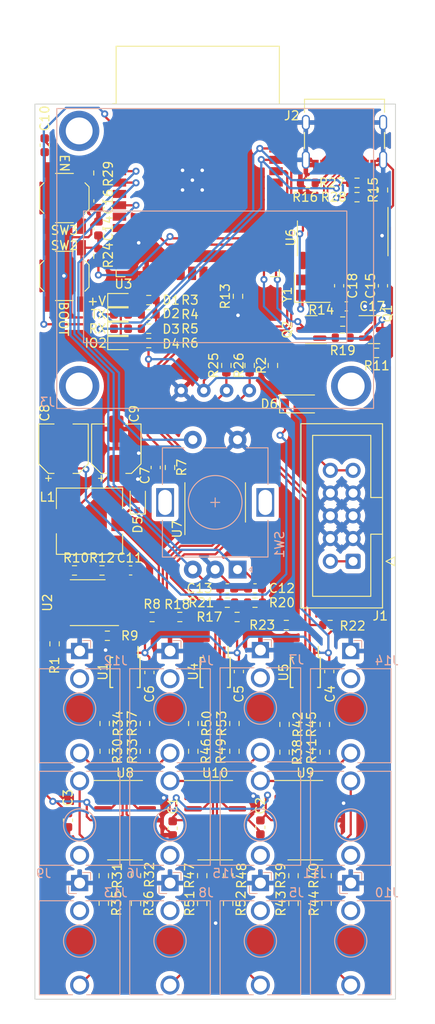
<source format=kicad_pcb>
(kicad_pcb (version 20211014) (generator pcbnew)
  (layers (0 "F.Cu" signal) (31 "B.Cu" signal) (34 "B.Paste" user) (35 "F.Paste" user) (36 "B.SilkS" user "B.Silkscreen") (37 "F.SilkS" user "F.Silkscreen") (38 "B.Mask" user) (39 "F.Mask" user) (44 "Edge.Cuts" user))
  (net 0 "")
  (net 1 "Net-(C11-Pad2)")
  (net 2 "GND")
  (net 3 "+3V3")
  (net 15 "SCL")
  (net 16 "SDA")
  (net 17 "DAC1")
  (net 18 "DAC2")
  (net 19 "DAC3")
  (net 20 "DAC4")
  (net 21 "DAC5")
  (net 22 "DAC6")
  (net 23 "DAC7")
  (net 24 "DAC8")
  (net 25 "DAC9")
  (net 26 "DAC10")
  (net 27 "DAC11")
  (net 28 "DAC12")
  (net 30 "OUT1")
  (net 31 "OUT2")
  (net 32 "OUT3")
  (net 33 "OUT4")
  (net 34 "OUT5")
  (net 35 "OUT6")
  (net 36 "OUT7")
  (net 37 "OUT8")
  (net 38 "OUT9")
  (net 39 "OUT10")
  (net 40 "OUT11")
  (net 41 "OUT12")
  (net 64 "+12V")
  (net 65 "Net-(D1-Pad2)")
  (net 67 "SCL3")
  (net 68 "SDA3")
  (net 69 "SCL0")
  (net 70 "SDA0")
  (net 71 "SCL1")
  (net 72 "Net-(C16-Pad1)")
  (net 73 "SDA1")
  (net 74 "SCL2")
  (net 76 "SDA2")
  (net 78 "Net-(C17-Pad1)")
  (net 79 "Net-(C14-Pad1)")
  (net 80 "Net-(J2-PadA5)")
  (net 81 "Net-(J2-PadB5)")
  (net 82 "Net-(C18-Pad2)")
  (net 92 "DTR")
  (net 93 "TX")
  (net 94 "Net-(D2-Pad2)")
  (net 95 "RX")
  (net 96 "Net-(D3-Pad2)")
  (net 97 "Net-(D4-Pad2)")
  (net 98 "Net-(J1-Pad1)")
  (net 99 "Net-(J2-PadA4)")
  (net 100 "Net-(D5-Pad1)")
  (net 101 "D+")
  (net 102 "D-")
  (net 104 "Net-(D6-Pad2)")
  (net 107 "Net-(R32-Pad1)")
  (net 108 "Net-(R1-Pad1)")
  (net 109 "EN")
  (net 110 "IO0")
  (net 111 "RTS")
  (net 112 "Net-(Q1-Pad1)")
  (net 113 "Net-(Q2-Pad1)")
  (net 114 "Net-(R10-Pad1)")
  (net 115 "Net-(R13-Pad2)")
  (net 116 "Net-(R28-Pad2)")
  (net 117 "Net-(R38-Pad1)")
  (net 118 "IO2")
  (net 119 "Net-(R30-Pad1)")
  (net 120 "Net-(R27-Pad2)")
  (net 121 "Net-(R39-Pad1)")
  (net 122 "Net-(R31-Pad1)")
  (net 123 "Net-(R33-Pad1)")
  (net 124 "Net-(R40-Pad1)")
  (net 125 "Net-(R41-Pad1)")
  (net 126 "Net-(R49-Pad1)")
  (net 127 "ENC_A")
  (net 128 "ENC_B")
  (net 129 "ENC_S")
  (net 130 "Net-(R46-Pad1)")
  (net 131 "Net-(R47-Pad1)")
  (net 132 "Net-(R48-Pad1)")
  (footprint "Resistor_SMD:R_0603_1608Metric" (layer "F.Cu") (at 11.3 86.2 90)
    (fp_text reference "R32")
    (fp_text value "20k")
  )
  (footprint "Crystal:Crystal_SMD_3225-4Pin_3.2x2.5mm" (layer "F.Cu") (at 31 20.5)
    (fp_text reference "Y1")
    (fp_text value "Crystal_GND24")
  )
  (footprint "Resistor_SMD:R_0603_1608Metric" (layer "F.Cu") (at 7.1 7.7 90)
    (fp_text reference "R29")
    (fp_text value "470")
  )
  (footprint "Resistor_SMD:R_0603_1608Metric" (layer "F.Cu") (at 22.3 72.3 -90)
    (fp_text reference "R49")
    (fp_text value "20k")
  )
  (footprint "Resistor_SMD:R_0603_1608Metric" (layer "F.Cu") (at 28.1 58.2 180)
    (fp_text reference "R23")
    (fp_text value "10k")
  )
  (footprint "Package_TO_SOT_SMD:SOT-23" (layer "F.Cu") (at 37.9 25.2)
    (fp_text reference "Q1")
    (fp_text value "S8050")
  )
  (footprint "Resistor_SMD:R_0603_1608Metric" (layer "F.Cu") (at 4.425 52.1 180)
    (fp_text reference "R10")
    (fp_text value "18k")
  )
  (footprint "Resistor_SMD:R_0603_1608Metric" (layer "F.Cu") (at 7.8 72.3 -90)
    (fp_text reference "R30")
    (fp_text value "20k")
  )
  (footprint "Resistor_SMD:R_0603_1608Metric" (layer "F.Cu") (at 22.3 69.2 90)
    (fp_text reference "R53")
    (fp_text value "10k")
  )
  (footprint "Capacitor_SMD:C_0603_1608Metric" (layer "F.Cu") (at 34.8 22.6)
    (fp_text reference "C17")
    (fp_text value "22p")
  )
  (footprint "Resistor_SMD:R_0603_1608Metric" (layer "F.Cu") (at 7.8 69.2 90)
    (fp_text reference "R34")
    (fp_text value "10k")
  )
  (footprint "Resistor_SMD:R_0603_1608Metric" (layer "F.Cu") (at 21.5 55.7)
    (fp_text reference "R21")
    (fp_text value "1k")
  )
  (footprint "Button_Switch_SMD:SW_SPST_TL3342" (layer "F.Cu") (at 3.3 19.2 -90)
    (fp_text reference "SW2")
    (fp_text value "SW_Push")
  )
  (footprint "Capacitor_SMD:C_0603_1608Metric" (layer "F.Cu") (at 3.7 80 -90)
    (fp_text reference "C3")
    (fp_text value "0.1u")
  )
  (footprint "Capacitor_SMD:C_0603_1608Metric" (layer "F.Cu") (at 32.9 63.4 -90)
    (fp_text reference "C4")
    (fp_text value "0.1u")
  )
  (footprint "LED_SMD:LED_0603_1608Metric" (layer "F.Cu") (at 9.625 25.1)
    (fp_text reference "D3")
    (fp_text value "LED")
  )
  (footprint "Resistor_SMD:R_0603_1608Metric" (layer "F.Cu") (at 38.2 27.8 180)
    (fp_text reference "R11")
    (fp_text value "10k")
  )
  (footprint "Capacitor_SMD:C_0603_1608Metric" (layer "F.Cu") (at 12.8 63.5 -90)
    (fp_text reference "C6")
    (fp_text value "0.1u")
  )
  (footprint "Capacitor_SMD:C_0603_1608Metric" (layer "F.Cu") (at 34 20.3 90)
    (fp_text reference "C18")
    (fp_text value "22p")
  )
  (footprint "Resistor_SMD:R_0603_1608Metric" (layer "F.Cu") (at 7.1 17 -90)
    (fp_text reference "R24")
    (fp_text value "470")
  )
  (footprint "LED_SMD:LED_0603_1608Metric" (layer "F.Cu") (at 9.625 23.5)
    (fp_text reference "D2")
    (fp_text value "LED")
  )
  (footprint "Capacitor_SMD:CP_Elec_5x5.7" (layer "F.Cu") (at 3.2 38.5 90)
    (fp_text reference "C8")
    (fp_text value "100u")
  )
  (footprint "Resistor_SMD:R_0603_1608Metric" (layer "F.Cu") (at 7.7 86.2 90)
    (fp_text reference "R31")
    (fp_text value "20k")
  )
  (footprint "Resistor_SMD:R_0603_1608Metric" (layer "F.Cu") (at 15.1 40.6 -90)
    (fp_text reference "R7")
    (fp_text value "10k")
  )
  (footprint "Capacitor_SMD:C_0603_1608Metric" (layer "F.Cu") (at 25.2 80.8 -90)
    (fp_text reference "C2")
    (fp_text value "0.1u")
  )
  (footprint "Resistor_SMD:R_0603_1608Metric" (layer "F.Cu") (at 12.725 26.7)
    (fp_text reference "R6")
    (fp_text value "470")
  )
  (footprint "Resistor_SMD:R_0603_1608Metric" (layer "F.Cu") (at 38.9 9.6 90)
    (fp_text reference "R15")
    (fp_text value "5.1k")
  )
  (footprint "Resistor_SMD:R_0603_1608Metric" (layer "F.Cu") (at 2.2 60.3 90)
    (fp_text reference "R1")
    (fp_text value "0.3")
  )
  (footprint "Button_Switch_SMD:SW_SPST_TL3342" (layer "F.Cu") (at 3.3 10.5 -90)
    (fp_text reference "SW3")
    (fp_text value "SW_Push")
  )
  (footprint "Resistor_SMD:R_0603_1608Metric" (layer "F.Cu") (at 21.4 29.2 90)
    (fp_text reference "R25")
    (fp_text value "10k")
  )
  (footprint "Capacitor_SMD:C_0603_1608Metric" (layer "F.Cu") (at 24.6 54.1 180)
    (fp_text reference "C12")
    (fp_text value "0.1u")
  )
  (footprint "Connector_IDC:IDC-Header_2x05_P2.54mm_Vertical" (layer "F.Cu") (at 35.56 51.08 180)
    (fp_text reference "J1")
    (fp_text value "Conn_02x05_Odd_Even")
  )
  (footprint "Resistor_SMD:R_0603_1608Metric" (layer "F.Cu") (at 22.7 21.475 90)
    (fp_text reference "R13")
    (fp_text value "10k")
  )
  (footprint "Resistor_SMD:R_0603_1608Metric" (layer "F.Cu") (at 18.7 89.3 -90)
    (fp_text reference "R51")
    (fp_text value "10k")
  )
  (footprint "Resistor_SMD:R_0603_1608Metric" (layer "F.Cu") (at 28.9 86.2 90)
    (fp_text reference "R39")
    (fp_text value "20k")
  )
  (footprint "Package_SO:TSSOP-20_4.4x6.5mm_P0.65mm" (layer "F.Cu") (at 20.15 44.5 90)
    (fp_text reference "U7")
    (fp_text value "PCA9544APW")
  )
  (footprint "Resistor_SMD:R_0603_1608Metric" (layer "F.Cu") (at 22.6 57.3)
    (fp_text reference "R17")
    (fp_text value "10k")
  )
  (footprint "Resistor_SMD:R_0603_1608Metric" (layer "F.Cu") (at 34.4 24.3)
    (fp_text reference "R14")
    (fp_text value "10k")
  )
  (footprint "Inductor_SMD:L_7.3x7.3_H3.5" (layer "F.Cu") (at 6.1 46.6 180)
    (fp_text reference "L1")
    (fp_text value "100uH")
  )
  (footprint "Capacitor_SMD:C_0603_1608Metric" (layer "F.Cu") (at 7.1 13.9 90)
    (fp_text reference "C14")
    (fp_text value "0.1u")
  )
  (footprint "Resistor_SMD:R_0603_1608Metric" (layer "F.Cu") (at 32.6 89.275 -90)
    (fp_text reference "R44")
    (fp_text value "10k")
  )
  (footprint "Capacitor_SMD:C_0603_1608Metric" (layer "F.Cu") (at 10.7 52.1)
    (fp_text reference "C11")
    (fp_text value "220p")
  )
  (footprint "Resistor_SMD:R_0603_1608Metric" (layer "F.Cu") (at 12.725 25.1)
    (fp_text reference "R5")
    (fp_text value "470")
  )
  (footprint "Capacitor_SMD:C_0603_1608Metric" (layer "F.Cu") (at 15.4 80.9 -90)
    (fp_text reference "C1")
    (fp_text value "0.1u")
  )
  (footprint "Resistor_SMD:R_0603_1608Metric" (layer "F.Cu") (at 28.9 89.3 -90)
    (fp_text reference "R43")
    (fp_text value "10k")
  )
  (footprint "Resistor_SMD:R_0603_1608Metric" (layer "F.Cu") (at 32.4 69.3 90)
    (fp_text reference "R45")
    (fp_text value "10k")
  )
  (footprint "Resistor_SMD:R_0603_1608Metric" (layer "F.Cu") (at 36 10.4)
    (fp_text reference "R28")
    (fp_text value "1k")
  )
  (footprint "Resistor_SMD:R_0603_1608Metric" (layer "F.Cu") (at 18.7 86.2 90)
    (fp_text reference "R47")
    (fp_text value "20k")
  )
  (footprint "Resistor_SMD:R_0603_1608Metric" (layer "F.Cu") (at 11.3 89.3 -90)
    (fp_text reference "R36")
    (fp_text value "10k")
  )
  (footprint "Resistor_SMD:R_0603_1608Metric" (layer "F.Cu") (at 16.2 57.3 180)
    (fp_text reference "R18")
    (fp_text value "10k")
  )
  (footprint "Resistor_SMD:R_0603_1608Metric" (layer "F.Cu") (at 7.7 89.275 -90)
    (fp_text reference "R35")
    (fp_text value "10k")
  )
  (footprint "Capacitor_SMD:C_0603_1608Metric" (layer "F.Cu") (at 21.5 54.1)
    (fp_text reference "C13")
    (fp_text value "0.1u")
  )
  (footprint "Capacitor_SMD:C_0603_1608Metric" (layer "F.Cu") (at 38.9 20.3 -90)
    (fp_text reference "C15")
    (fp_text value "0.1u")
  )
  (footprint "Resistor_SMD:R_0603_1608Metric" (layer "F.Cu") (at 12.3 69.2 90)
    (fp_text reference "R37")
    (fp_text value "10k")
  )
  (footprint "Resistor_SMD:R_0603_1608Metric" (layer "F.Cu") (at 33 58.2)
    (fp_text reference "R22")
    (fp_text value "10k")
  )
  (footprint "Resistor_SMD:R_0603_1608Metric" (layer "F.Cu") (at 32.6 86.2 90)
    (fp_text reference "R40")
    (fp_text value "20k")
  )
  (footprint "Package_SO:MSOP-10_3x3mm_P0.5mm" (layer "F.Cu") (at 20.15 63.5 -90)
    (fp_text reference "U4")
    (fp_text value "MCP4728")
  )
  (footprint "Package_SO:SOIC-16_3.9x9.9mm_P1.27mm" (layer "F.Cu") (at 34.4 15 -90)
    (fp_text reference "U6")
    (fp_text value "CH340G")
  )
  (footprint "Resistor_SMD:R_0603_1608Metric" (layer "F.Cu") (at 12.725 21.9)
    (fp_text reference "R3")
    (fp_text value "470")
  )
  (footprint "Resistor_SMD:R_0603_1608Metric" (layer "F.Cu") (at 17.7 69.2 90)
    (fp_text reference "R50")
    (fp_text value "10k")
  )
  (footprint "Resistor_SMD:R_0603_1608Metric" (layer "F.Cu") (at 17.7 72.3 -90)
    (fp_text reference "R46")
    (fp_text value "20k")
  )
  (footprint "Package_SO:MSOP-10_3x3mm_P0.5mm" (layer "F.Cu") (at 30.225 63.5 -90)
    (fp_text reference "U5")
    (fp_text value "MCP4728")
  )
  (footprint "Capacitor_SMD:C_0603_1608Metric" (layer "F.Cu") (at 1.1 4.6 90)
    (fp_text reference "C10")
    (fp_text value "1u")
  )
  (footprint "Package_SO:SOIC-8_3.9x4.9mm_P1.27mm" (layer "F.Cu") (at 5.9 55.7 180)
    (fp_text reference "U2")
    (fp_text value "MC34063AD")
  )
  (footprint "Resistor_SMD:R_0603_1608Metric" (layer "F.Cu") (at 27.9 69.3 90)
    (fp_text reference "R42")
    (fp_text value "10k")
  )
  (footprint "Diode_SMD:D_SOD-123" (layer "F.Cu") (at 29.6 33.5)
    (fp_text reference "D6")
    (fp_text value "SM4007")
  )
  (footprint "Resistor_SMD:R_0603_1608Metric" (layer "F.Cu") (at 21.6 86.2 90)
    (fp_text reference "R48")
    (fp_text value "20k")
  )
  (footprint "Diode_SMD:D_SOD-323" (layer "F.Cu") (at 11.5 44.3 90)
    (fp_text reference "D5")
    (fp_text value "1N5819WS")
  )
  (footprint "Resistor_SMD:R_0603_1608Metric" (layer "F.Cu") (at 8.1 59.4 180)
    (fp_text reference "R9")
    (fp_text value "10k")
  )
  (footprint "Resistor_SMD:R_0603_1608Metric" (layer "F.Cu") (at 24.6 55.7 180)
    (fp_text reference "R20")
    (fp_text value "1k")
  )
  (footprint "Resistor_SMD:R_0603_1608Metric" (layer "F.Cu") (at 21.6 89.3 -90)
    (fp_text reference "R52")
    (fp_text value "10k")
  )
  (footprint "Resistor_SMD:R_0603_1608Metric" (layer "F.Cu") (at 13.1 57.3)
    (fp_text reference "R8")
    (fp_text value "10k")
  )
  (footprint "Package_SO:SOIC-14_3.9x8.7mm_P1.27mm" (layer "F.Cu") (at 20.15 80)
    (fp_text reference "U10")
    (fp_text value "LM324")
  )
  (footprint "LED_SMD:LED_0603_1608Metric" (layer "F.Cu") (at 9.625 26.7)
    (fp_text reference "D4")
    (fp_text value "LED")
  )
  (footprint "Capacitor_SMD:C_0603_1608Metric" (layer "F.Cu") (at 22.8 63.4 -90)
    (fp_text reference "C5")
    (fp_text value "0.1u")
  )
  (footprint "Resistor_SMD:R_0603_1608Metric" (layer "F.Cu") (at 26.6 29.2 -90)
    (fp_text reference "R2")
    (fp_text value "10k")
  )
  (footprint "Resistor_SMD:R_0603_1608Metric" (layer "F.Cu") (at 24 29.2 90)
    (fp_text reference "R26")
    (fp_text value "10k")
  )
  (footprint "Resistor_SMD:R_0603_1608Metric" (layer "F.Cu") (at 30.5 8.8)
    (fp_text reference "R16")
    (fp_text value "5.1k")
  )
  (footprint "Package_SO:SOIC-14_3.9x8.7mm_P1.27mm" (layer "F.Cu") (at 10.075 80)
    (fp_text reference "U8")
    (fp_text value "LM324")
  )
  (footprint "RF_Module:ESP32-WROOM-32" (layer "F.Cu") (at 18.2 9.4)
    (fp_text reference "U3")
    (fp_text value "ESP32-WROOM-32")
  )
  (footprint "Resistor_SMD:R_0603_1608Metric" (layer "F.Cu") (at 12.3 72.3 -90)
    (fp_text reference "R33")
    (fp_text value "20k")
  )
  (footprint "Resistor_SMD:R_0603_1608Metric" (layer "F.Cu") (at 36 8.8)
    (fp_text reference "R27")
    (fp_text value "1k")
  )
  (footprint "Resistor_SMD:R_0603_1608Metric" (layer "F.Cu") (at 12.725 23.5)
    (fp_text reference "R4")
    (fp_text value "470")
  )
  (footprint "Resistor_SMD:R_0603_1608Metric" (layer "F.Cu") (at 27.9 72.4 -90)
    (fp_text reference "R38")
    (fp_text value "20k")
  )
  (footprint "Package_TO_SOT_SMD:SOT-23" (layer "F.Cu") (at 30.9 25.2 180)
    (fp_text reference "Q2")
    (fp_text value "S8050")
  )
  (footprint "Resistor_SMD:R_0603_1608Metric" (layer "F.Cu") (at 32.4 72.4 -90)
    (fp_text reference "R41")
    (fp_text value "20k")
  )
  (footprint "Connector_USB:USB_C_Receptacle_Palconn_UTC16-G" (layer "F.Cu") (at 34.6 4.3 180)
    (fp_text reference "J2")
    (fp_text value "USB_C_Receptacle_USB2.0")
  )
  (footprint "Capacitor_SMD:CP_Elec_5x5.7" (layer "F.Cu") (at 9.1 38.5 90)
    (fp_text reference "C9")
    (fp_text value "100u")
  )
  (footprint "Capacitor_SMD:C_0603_1608Metric" (layer "F.Cu") (at 13.5 40.6 90)
    (fp_text reference "C7")
    (fp_text value "0.1u")
  )
  (footprint "LED_SMD:LED_0603_1608Metric" (layer "F.Cu") (at 9.625 21.9)
    (fp_text reference "D1")
    (fp_text value "LED")
  )
  (footprint "Resistor_SMD:R_0603_1608Metric" (layer "F.Cu") (at 7.5 52.1)
    (fp_text reference "R12")
    (fp_text value "11k")
  )
  (footprint "Package_SO:MSOP-10_3x3mm_P0.5mm" (layer "F.Cu") (at 10.075 63.5 -90)
    (fp_text reference "U1")
    (fp_text value "MCP4728")
  )
  (footprint "Resistor_SMD:R_0603_1608Metric" (layer "F.Cu") (at 34.4 26.1 180)
    (fp_text reference "R19")
    (fp_text value "10k")
  )
  (footprint "Capacitor_SMD:C_0603_1608Metric" (layer "F.Cu") (at 7.1 10.825 -90)
    (fp_text reference "C16")
    (fp_text value "0.1u")
  )
  (footprint "Package_SO:SOIC-14_3.9x8.7mm_P1.27mm" (layer "F.Cu") (at 30.225 80)
    (fp_text reference "U9")
    (fp_text value "LM324")
  )
  (footprint "Connector_Audio:Jack_3.5mm_QingPu_WQP-PJ398SM_Vertical_CircularHoles" (layer "B.Cu") (at 25.2 87.02 180)
    (fp_text reference "J5")
    (fp_text value "AudioJack2_SwitchT")
  )
  (footprint "Connector_Audio:Jack_3.5mm_QingPu_WQP-PJ398SM_Vertical_CircularHoles" (layer "B.Cu") (at 15.1 87.02 180)
    (fp_text reference "J8")
    (fp_text value "AudioJack2_SwitchT")
  )
  (footprint "Connector_Audio:Jack_3.5mm_QingPu_WQP-PJ398SM_Vertical_CircularHoles" (layer "B.Cu") (at 25.2 61 180)
    (fp_text reference "J7")
    (fp_text value "AudioJack2_SwitchT")
  )
  (footprint "AlexCustom:SSD1106" (layer "B.Cu") (at 2.45 34)
    (fp_text reference "J3")
    (fp_text value "Conn_01x04")
  )
  (footprint "Connector_Audio:Jack_3.5mm_QingPu_WQP-PJ398SM_Vertical_CircularHoles" (layer "B.Cu") (at 5 87.02 180)
    (fp_text reference "J13")
    (fp_text value "AudioJack2_SwitchT")
  )
  (footprint "Connector_Audio:Jack_3.5mm_QingPu_WQP-PJ398SM_Vertical_CircularHoles" (layer "B.Cu") (at 35.3 87.02 180)
    (fp_text reference "J10")
    (fp_text value "AudioJack2_SwitchT")
  )
  (footprint "Connector_Audio:Jack_3.5mm_QingPu_WQP-PJ398SM_Vertical_CircularHoles" (layer "B.Cu") (at 15.1 61.1 180)
    (fp_text reference "J4")
    (fp_text value "AudioJack2_SwitchT")
  )
  (footprint "Connector_Audio:Jack_3.5mm_QingPu_WQP-PJ398SM_Vertical_CircularHoles" (layer "B.Cu") (at 5 61.1 180)
    (fp_text reference "J12")
    (fp_text value "AudioJack2_SwitchT")
  )
  (footprint "Connector_Audio:Jack_3.5mm_QingPu_WQP-PJ398SM_Vertical_CircularHoles" (layer "B.Cu") (at 25.2 87.02)
    (fp_text reference "J15")
    (fp_text value "AudioJack2_SwitchT")
  )
  (footprint "Connector_Audio:Jack_3.5mm_QingPu_WQP-PJ398SM_Vertical_CircularHoles" (layer "B.Cu") (at 15.1 87.02)
    (fp_text reference "J6")
    (fp_text value "AudioJack2_SwitchT")
  )
  (footprint "Rotary_Encoder:RotaryEncoder_Alps_EC11E-Switch_Vertical_H20mm" (layer "B.Cu") (at 22.65 52 90)
    (fp_text reference "SW1")
    (fp_text value "RotaryEncoder_Switch")
  )
  (footprint "Connector_Audio:Jack_3.5mm_QingPu_WQP-PJ398SM_Vertical_CircularHoles" (layer "B.Cu") (at 5 87.02)
    (fp_text reference "J9")
    (fp_text value "AudioJack2_SwitchT")
  )
  (footprint "Connector_Audio:Jack_3.5mm_QingPu_WQP-PJ398SM_Vertical_CircularHoles" (layer "B.Cu") (at 35.3 61.1 180)
    (fp_text reference "J14")
    (fp_text value "AudioJack2_SwitchT")
  )
  (footprint "Connector_Audio:Jack_3.5mm_QingPu_WQP-PJ398SM_Vertical_CircularHoles" (layer "B.Cu") (at 35.3 87.02)
    (fp_text reference "J11")
    (fp_text value "AudioJack2_SwitchT")
  )
  (gr_rect (start 0 0) (end 40.3 100) (layer "Edge.Cuts") (width 0.1) (fill none))
  (gr_text "RX" (at 7 25.1) (layer "F.SilkS") (effects (font (size 1 1))))
  (gr_text "IO2" (at 6.8 26.7) (layer "F.SilkS") (effects (font (size 1 1))))
  (gr_text "BOOT" (at 3.2 24 270) (layer "F.SilkS") (effects (font (size 1 1))))
  (gr_text "TX" (at 7.1 23.5) (layer "F.SilkS") (effects (font (size 1 1))))
  (gr_text "+V" (at 6.9 22) (layer "F.SilkS") (effects (font (size 1 1))))
  (gr_text "EN" (at 3.3 6.6 270) (layer "F.SilkS") (effects (font (size 1 1))))
  (segment (start 10.435 55.065) (end 8.375 55.065) (width 0.25) (layer "F.Cu") (net 1))
  (segment (start 11.475 54.025) (end 10.435 55.065) (width 0.25) (layer "F.Cu") (net 1))
  (segment (start 11.475 52.1) (end 11.475 54.025) (width 0.25) (layer "F.Cu") (net 1))
  (segment (start 7.9 61.625) (end 8.6 62.325) (width 0.25) (layer "F.Cu") (net 2))
  (segment (start 19.65 61.3) (end 19.65 63.2) (width 0.25) (layer "F.Cu") (net 2))
  (segment (start 37.8 6.81) (end 38.34 6.81) (width 0.25) (layer "F.Cu") (net 2))
  (segment (start 29.725 61.3) (end 29.725 63.2) (width 0.25) (layer "F.Cu") (net 2))
  (segment (start 20.15 52) (end 22.25 54.1) (width 0.25) (layer "F.Cu") (net 2))
  (segment (start 8.8375 21.9) (end 9.6 22.6625) (width 0.25) (layer "F.Cu") (net 2))
  (segment (start 1.4 13.65) (end 2.625 14.875) (width 0.25) (layer "F.Cu") (net 2))
  (segment (start 6.3 13.5) (end 6.675 13.125) (width 0.25) (layer "F.Cu") (net 2))
  (segment (start 6.675 13.125) (end 7.2 13.125) (width 0.25) (layer "F.Cu") (net 2))
  (segment (start 9.575 62.3) (end 9.575 61.3) (width 0.25) (layer "F.Cu") (net 2))
  (segment (start 34.5 79.7) (end 34.5 78.1) (width 0.25) (layer "F.Cu") (net 2))
  (segment (start 38.845 12.525) (end 40.025 11.345) (width 0.25) (layer "F.Cu") (net 2))
  (segment (start 38.34 6.81) (end 38.92 6.23) (width 0.25) (layer "F.Cu") (net 2))
  (segment (start 30.58 18.97) (end 30.58 9.705) (width 0.25) (layer "F.Cu") (net 2))
  (segment (start 29.9 19.65) (end 30.05 19.65) (width 0.25) (layer "F.Cu") (net 2))
  (segment (start 9.6 25.9375) (end 8.8375 26.7) (width 0.25) (layer "F.Cu") (net 2))
  (segment (start 31.225 64.7) (end 31.225 65.7) (width 0.25) (layer "F.Cu") (net 2))
  (segment (start 23.8 79.9) (end 25.2 81.3) (width 0.25) (layer "F.Cu") (net 2))
  (segment (start 14.3 79.8) (end 14.1 80) (width 0.25) (layer "F.Cu") (net 2))
  (segment (start 30.58 9.705) (end 29.675 8.8) (width 0.25) (layer "F.Cu") (net 2))
  (segment (start 14.1 80.375) (end 15.4 81.675) (width 0.25) (layer "F.Cu") (net 2))
  (segment (start 30.28 8.195) (end 29.675 8.8) (width 0.25) (layer "F.Cu") (net 2))
  (segment (start 6.3 14.55) (end 6.3 13.5) (width 0.25) (layer "F.Cu") (net 2))
  (segment (start 31.225 66.525) (end 32.4 67.7) (width 0.25) (layer "F.Cu") (net 2))
  (segment (start 2.625 14.875) (end 5.975 14.875) (width 0.25) (layer "F.Cu") (net 2))
  (segment (start 9.55 62.325) (end 9.575 62.3) (width 0.25) (layer "F.Cu") (net 2))
  (segment (start 30.05 19.65) (end 31.75 21.35) (width 0.25) (layer "F.Cu") (net 2))
  (segment (start 25.2 81.3) (end 25.2 81.575) (width 0.25) (layer "F.Cu") (net 2))
  (segment (start 24.4 79.3) (end 23.8 79.9) (width 0.25) (layer "F.Cu") (net 2))
  (segment (start 5.975 14.875) (end 6.3 14.55) (width 0.25) (layer "F.Cu") (net 2))
  (segment (start 29.9 19.65) (end 30.58 18.97) (width 0.25) (layer "F.Cu") (net 2))
  (segment (start 29.725 63.2) (end 31.225 64.7) (width 0.25) (layer "F.Cu") (net 2))
  (segment (start 12.3 66.925) (end 12.3 68.375) (width 0.25) (layer "F.Cu") (net 2))
  (segment (start 22.25 54.1) (end 22.275 54.1) (width 0.25) (layer "F.Cu") (net 2))
  (segment (start 14.1 80) (end 12.55 80) (width 0.25) (layer "F.Cu") (net 2))
  (segment (start 22.3 66.85) (end 22.3 68.375) (width 0.25) (layer "F.Cu") (net 2))
  (segment (start 14.4 77.5) (end 14.3 77.6) (width 0.25) (layer "F.Cu") (net 2))
  (segment (start 32.575 90.125) (end 32.6 90.1) (width 0.25) (layer "F.Cu") (net 2))
  (segment (start 23.7 80) (end 22.625 80) (width 0.25) (layer "F.Cu") (net 2))
  (segment (start 8.6 62.325) (end 9.55 62.325) (width 0.25) (layer "F.Cu") (net 2))
  (segment (start 30.28 6.23) (end 30.28 8.195) (width 0.25) (layer "F.Cu") (net 2))
  (segment (start 22.3 68.375) (end 22.4 68.475) (width 0.25) (layer "F.Cu") (net 2))
  (segment (start 32.1 21.35) (end 33.725 21.35) (width 0.25) (layer "F.Cu") (net 2))
  (segment (start 1.1 5.375) (end 1.1 7.05) (width 0.25) (layer "F.Cu") (net 2))
  (segment (start 21.15 65.7) (end 22.3 66.85) (width 0.25) (layer "F.Cu") (net 2))
  (segment (start 30.82 6.23) (end 31.4 6.81) (width 0.25) (layer "F.Cu") (net 2))
  (segment (start 34.2 80) (end 34.5 79.7) (width 0.25) (layer "F.Cu") (net 2))
  (segment (start 14.1 80) (end 14.1 80.375) (width 0.25) (layer "F.Cu") (net 2))
  (segment (start 40.025 7.335) (end 38.92 6.23) (width 0.25) (layer "F.Cu") (net 2))
  (segment (start 31.225 65.7) (end 31.225 66.525) (width 0.25) (layer "F.Cu") (net 2))
  (segment (start 40.025 11.345) (end 40.025 7.335) (width 0.25) (layer "F.Cu") (net 2))
  (segment (start 32.4 67.7) (end 32.4 68.475) (width 0.25) (layer "F.Cu") (net 2))
  (segment (start 1.1 7.05) (end 1.4 7.35) (width 0.25) (layer "F.Cu") (net 2))
  (segment (start 23.8 79.9) (end 23.7 80) (width 0.25) (layer "F.Cu") (net 2))
  (segment (start 30.28 6.23) (end 30.82 6.23) (width 0.25) (layer "F.Cu") (net 2))
  (segment (start 32.7 80) (end 34.2 80) (width 0.25) (layer "F.Cu") (net 2))
  (segment (start 31.75 21.35) (end 32.1 21.35) (width 0.25) (layer "F.Cu") (net 2))
  (segment (start 14.3 77.6) (end 14.3 79.8) (width 0.25) (layer "F.Cu") (net 2))
  (segment (start 21.15 64.7) (end 21.15 65.7) (width 0.25) (layer "F.Cu") (net 2))
  (segment (start 9.6 22.6625) (end 9.6 25.9375) (width 0.25) (layer "F.Cu") (net 2))
  (segment (start 7.9 61) (end 7.9 61.625) (width 0.25) (layer "F.Cu") (net 2))
  (segment (start 33.725 21.35) (end 34 21.075) (width 0.25) (layer "F.Cu") (net 2))
  (segment (start 11.075 65.7) (end 12.3 66.925) (width 0.25) (layer "F.Cu") (net 2))
  (segment (start 24.4 77.3) (end 24.4 79.3) (width 0.25) (layer "F.Cu") (net 2))
  (segment (start 19.65 63.2) (end 21.15 64.7) (width 0.25) (layer "F.Cu") (net 2))
  (via (at 18.7 7.4) (size 0.8) (drill 0.4) (layers "F.Cu" "B.Cu") (net 2))
  (via (at 17.6 8.5) (size 0.8) (drill 0.4) (layers "F.Cu" "B.Cu") (net 2))
  (via (at 20.2 91.5) (size 0.8) (drill 0.4) (layers "F.Cu" "B.Cu") (net 2))
  (via (at 22.7 23.6) (size 0.8) (drill 0.4) (layers "F.Cu" "B.Cu") (net 2))
  (via (at 36.9 22.6) (size 0.8) (drill 0.4) (layers "F.Cu" "B.Cu") (net 2))
  (via (at 39 22.5) (size 0.8) (drill 0.4) (layers "F.Cu" "B.Cu") (net 2))
  (via (at 18.7 9.6) (size 0.8) (drill 0.4) (layers "F.Cu" "B.Cu") (net 2))
  (via (at 11.6 15.5) (size 0.8) (drill 0.4) (layers "F.Cu" "B.Cu") (net 2))
  (via (at 14.4 77.5) (size 0.8) (drill 0.4) (layers "F.Cu" "B.Cu") (net 2))
  (via (at 7.9 61) (size 0.8) (drill 0.4) (layers "F.Cu" "B.Cu") (net 2))
  (via (at 11.6 39) (size 0.8) (drill 0.4) (layers "F.Cu" "B.Cu") (net 2))
  (via (at 11.5 41.9) (size 0.8) (drill 0.4) (layers "F.Cu" "B.Cu") (net 2))
  (via (at 3.244508 19.188261) (size 0.8) (drill 0.4) (layers "F.Cu" "B.Cu") (net 2))
  (via (at 16.5 7.4) (size 0.8) (drill 0.4) (layers "F.Cu" "B.Cu") (net 2))
  (via (at 24.4 77.3) (size 0.8) (drill 0.4) (layers "F.Cu" "B.Cu") (net 2))
  (via (at 34.5 78.1) (size 0.8) (drill 0.4) (layers "F.Cu" "B.Cu") (net 2))
  (via (at 38.8 14.7) (size 0.8) (drill 0.4) (layers "F.Cu" "B.Cu") (net 2))
  (via (at 16.5 9.6) (size 0.8) (drill 0.4) (layers "F.Cu" "B.Cu") (net 2))
  (segment (start 18.88 32) (end 18.88 30.895) (width 0.25) (layer "F.Cu") (net 3))
  (segment (start 14.225 41.425) (end 13.55 41.425) (width 0.25) (layer "F.Cu") (net 3))
  (segment (start 39.9 20.525) (end 39.9 28.142462) (width 0.25) (layer "F.Cu") (net 3))
  (segment (start 12.3 58.925) (end 13.925 57.3) (width 0.25) (layer "F.Cu") (net 3))
  (segment (start 29.4 30.025) (end 31.625 27.8) (width 0.25) (layer "F.Cu") (net 3))
  (segment (start 24 28.375) (end 24.95 28.375) (width 0.25) (layer "F.Cu") (net 3))
  (segment (start 32.9 61.4) (end 32.8 61.3) (width 0.25) (layer "F.Cu") (net 3))
  (segment (start 7.8 1.1) (end 7.8 1.35) (width 0.25) (layer "F.Cu") (net 3))
  (segment (start 26.375 57.3) (end 27.275 58.2) (width 0.25) (layer "F.Cu") (net 3))
  (segment (start 15.1 41.425) (end 14.225 41.425) (width 0.25) (layer "F.Cu") (net 3))
  (segment (start 12.8 61.8) (end 12.3 61.3) (width 0.25) (layer "F.Cu") (net 3))
  (segment (start 8.87 2.42) (end 9.45 2.42) (width 0.25) (layer "F.Cu") (net 3))
  (segment (start 13.55 21.9) (end 12.25 20.6) (width 0.25) (layer "F.Cu") (net 3))
  (segment (start 22.8 61.5) (end 22.6 61.3) (width 0.25) (layer "F.Cu") (net 3))
  (segment (start 33.825 58.2) (end 32.8 59.225) (width 0.25) (layer "F.Cu") (net 3))
  (segment (start 26.6 30.025) (end 29.4 30.025) (width 0.25) (layer "F.Cu") (net 3))
  (segment (start 22.325 55.7) (end 23.775 55.7) (width 0.25) (layer "F.Cu") (net 3))
  (segment (start 14.3 38.7) (end 14.3 41.35) (width 0.25) (layer "F.Cu") (net 3))
  (segment (start 22.6 61.3) (end 22.6 58.125) (width 0.25) (layer "F.Cu") (net 3))
  (segment (start 3.2 46.6) (end 9.1 40.7) (width 0.25) (layer "F.Cu") (net 3))
  (segment (start 15.375 57.3) (end 13.925 57.3) (width 0.25) (layer "F.Cu") (net 3))
  (segment (start 6.9 59.775) (end 7.275 59.4) (width 0.25) (layer "F.Cu") (net 3))
  (segment (start 12.225 63.3) (end 8.4 63.3) (width 0.25) (layer "F.Cu") (net 3))
  (segment (start 6.9 61.8) (end 6.9 59.775) (width 0.25) (layer "F.Cu") (net 3))
  (segment (start 21.15 61.3) (end 22.6 61.3) (width 0.25) (layer "F.Cu") (net 3))
  (segment (start 12.7 28.5) (end 12.7 29.527208) (width 0.25) (layer "F.Cu") (net 3))
  (segment (start 12.25 20.6) (end 8.3 20.6) (width 0.25) (layer "F.Cu") (net 3))
  (segment (start 38.845 16.711751) (end 38.845 17.475) (width 0.25) (layer "F.Cu") (net 3))
  (segment (start 39.9 28.142462) (end 39.442462 28.6) (width 0.25) (layer "F.Cu") (net 3))
  (segment (start 38.175 28.6) (end 37.375 27.8) (width 0.25) (layer "F.Cu") (net 3))
  (segment (start 2.9 46.6) (end 3.2 46.6) (width 0.25) (layer "F.Cu") (net 3))
  (segment (start 31.625 27.8) (end 37.375 27.8) (width 0.25) (layer "F.Cu") (net 3))
  (segment (start 17.225 41.6375) (end 15.3125 41.6375) (width 0.25) (layer "F.Cu") (net 3))
  (segment (start 35.035 12.901751) (end 38.845 16.711751) (width 0.25) (layer "F.Cu") (net 3))
  (segment (start 8.3 20.6) (end 6.3 22.6) (width 0.25) (layer "F.Cu") (net 3))
  (segment (start 35.035 12.525) (end 35.035 12.901751) (width 0.25) (layer "F.Cu") (net 3))
  (segment (start 5.6 24.6) (end 6.3 23.9) (width 0.25) (layer "F.Cu") (net 3))
  (segment (start 39.442462 28.6) (end 38.175 28.6) (width 0.25) (layer "F.Cu") (net 3))
  (segment (start 13.55 23.5) (end 13.55 25.1) (width 0.25) (layer "F.Cu") (net 3))
  (segment (start 23.775 56.95) (end 23.425 57.3) (width 0.25) (layer "F.Cu") (net 3))
  (segment (start 12.7 25.95) (end 12.7 28.5) (width 0.25) (layer "F.Cu") (net 3))
  (segment (start 31.225 61.3) (end 32.8 61.3) (width 0.25) (layer "F.Cu") (net 3))
  (segment (start 12.825 40.7) (end 13.5 41.375) (width 0.25) (layer "F.Cu") (net 3))
  (segment (start 3.6 52.1) (end 2.9 51.4) (width 0.25) (layer "F.Cu") (net 3))
  (segment (start 21.4 28.375) (end 24 28.375) (width 0.25) (layer "F.Cu") (net 3))
  (segment (start 23.425 57.3) (end 26.375 57.3) (width 0.25) (layer "F.Cu") (net 3))
  (segment (start 1 24.6) (end 5.6 24.6) (width 0.25) (layer "F.Cu") (net 3))
  (segment (start 38.9 17.53) (end 38.845 17.475) (width 0.25) (layer "F.Cu") (net 3))
  (segment (start 24.95 28.375) (end 26.6 30.025) (width 0.25) (layer "F.Cu") (net 3))
  (segment (start 15.3125 41.6375) (end 15.1 41.425) (width 0.25) (layer "F.Cu") (net 3))
  (segment (start 7.8 1.35) (end 8.87 2.42) (width 0.25) (layer "F.Cu") (net 3))
  (segment (start 38.9 19.525) (end 39.9 20.525) (width 0.25) (layer "F.Cu") (net 3))
  (segment (start 32.9 62.625) (end 32.9 61.4) (width 0.25) (layer "F.Cu") (net 3))
  (segment (start 14.3 41.35) (end 14.225 41.425) (width 0.25) (layer "F.Cu") (net 3))
  (segment (start 12.8 62.725) (end 12.225 63.3) (width 0.25) (layer "F.Cu") (net 3))
  (segment (start 18.88 30.895) (end 21.4 28.375) (width 0.25) (layer "F.Cu") (net 3))
  (segment (start 12.6 29.627208) (end 12.6 37) (width 0.25) (layer "F.Cu") (net 3))
  (segment (start 2.9 51.4) (end 2.9 46.6) (width 0.25) (layer "F.Cu") (net 3))
  (segment (start 6.3 22.6) (end 6.3 23.9) (width 0.25) (layer "F.Cu") (net 3))
  (segment (start 11.075 61.3) (end 12.3 61.3) (width 0.25) (layer "F.Cu") (net 3))
  (segment (start 13.55 41.425) (end 13.5 41.375) (width 0.25) (layer "F.Cu") (net 3))
  (segment (start 13.55 25.1) (end 12.7 25.95) (width 0.25) (layer "F.Cu") (net 3))
  (segment (start 38.9 19.525) (end 38.9 17.53) (width 0.25) (layer "F.Cu") (net 3))
  (segment (start 12.7 29.527208) (end 12.6 29.627208) (width 0.25) (layer "F.Cu") (net 3))
  (segment (start 9.1 40.7) (end 12.825 40.7) (width 0.25) (layer "F.Cu") (net 3))
  (segment (start 22.6 58.125) (end 23.425 57.3) (width 0.25) (layer "F.Cu") (net 3))
  (segment (start 8.4 63.3) (end 6.9 61.8) (width 0.25) (layer "F.Cu") (net 3))
  (segment (start 22.8 62.625) (end 22.8 61.5) (width 0.25) (layer "F.Cu") (net 3))
  (segment (start 12.3 61.3) (end 12.3 58.925) (width 0.25) (layer "F.Cu") (net 3))
  (segment (start 12.6 37) (end 14.3 38.7) (width 0.25) (layer "F.Cu") (net 3))
  (segment (start 32.8 59.225) (end 32.8 61.3) (width 0.25) (layer "F.Cu") (net 3))
  (segment (start 13.55 21.9) (end 13.55 23.5) (width 0.25) (layer "F.Cu") (net 3))
  (segment (start 12.8 62.725) (end 12.8 61.8) (width 0.25) (layer "F.Cu") (net 3))
  (segment (start 23.775 55.7) (end 23.775 56.95) (width 0.25) (layer "F.Cu") (net 3))
  (via (at 12.3 61.3) (size 0.8) (drill 0.4) (layers "F.Cu" "B.Cu") (net 3))
  (via (at 7.8 1.1) (size 0.8) (drill 0.4) (layers "F.Cu" "B.Cu") (net 3))
  (via (at 1 24.6) (size 0.8) (drill 0.4) (layers "F.Cu" "B.Cu") (net 3))
  (via (at 12.7 28.5) (size 0.8) (drill 0.4) (layers "F.Cu" "B.Cu") (net 3))
  (via (at 32.8 61.3) (size 0.8) (drill 0.4) (layers "F.Cu" "B.Cu") (net 3))
  (via (at 22.6 61.3) (size 0.8) (drill 0.4) (layers "F.Cu" "B.Cu") (net 3))
  (segment (start 1 2.9) (end 1 24.6) (width 0.25) (layer "B.Cu") (net 3))
  (segment (start 14.1 59.5) (end 19.6 59.5) (width 0.25) (layer "B.Cu") (net 3))
  (segment (start 19.6 59.5) (end 21.4 61.3) (width 0.25) (layer "B.Cu") (net 3))
  (segment (start 12.3 61.3) (end 14.1 59.5) (width 0.25) (layer "B.Cu") (net 3))
  (segment (start 23.9 59.5) (end 30.074695 59.5) (width 0.25) (layer "B.Cu") (net 3))
  (segment (start 22.6 61.3) (end 22.6 60.8) (width 0.25) (layer "B.Cu") (net 3))
  (segment (start 20.28 30.6) (end 25 30.6) (width 0.25) (layer "B.Cu") (net 3))
  (segment (start 31.874695 61.3) (end 32.8 61.3) (width 0.25) (layer "B.Cu") (net 3))
  (segment (start 30.074695 59.5) (end 31.874695 61.3) (width 0.25) (layer "B.Cu") (net 3))
  (segment (start 22.6 60.8) (end 23.9 59.5) (width 0.25) (layer "B.Cu") (net 3))
  (segment (start 12.7 28.5) (end 15.38 28.5) (width 0.25) (layer "B.Cu") (net 3))
  (segment (start 7.8 1.1) (end 7.125 0.425) (width 0.25) (layer "B.Cu") (net 3))
  (segment (start 15.38 28.5) (end 18.88 32) (width 0.25) (layer "B.Cu") (net 3))
  (segment (start 29.7 56.3) (end 32.8 59.4) (width 0.25) (layer "B.Cu") (net 3))
  (segment (start 29.7 35.3) (end 29.7 56.3) (width 0.25) (layer "B.Cu") (net 3))
  (segment (start 18.88 32) (end 20.28 30.6) (width 0.25) (layer "B.Cu") (net 3))
  (segment (start 25 30.6) (end 29.7 35.3) (width 0.25) (layer "B.Cu") (net 3))
  (segment (start 21.4 61.3) (end 22.6 61.3) (width 0.25) (layer "B.Cu") (net 3))
  (segment (start 7.125 0.425) (end 3.475 0.425) (width 0.25) (layer "B.Cu") (net 3))
  (segment (start 3.475 0.425) (end 1 2.9) (width 0.25) (layer "B.Cu") (net 3))
  (segment (start 32.8 59.4) (end 32.8 61.3) (width 0.25) (layer "B.Cu") (net 3))
  (segment (start 26.6 26.9) (end 28.2 25.3) (width 0.25) (layer "F.Cu") (net 15))
  (segment (start 17.7 39.3) (end 18.525 40.125) (width 0.25) (layer "F.Cu") (net 15))
  (segment (start 18.525 40.125) (end 18.525 41.6375) (width 0.25) (layer "F.Cu") (net 15))
  (segment (start 28.65 24.85) (end 28.65 4.15) (width 0.25) (layer "F.Cu") (net 15))
  (segment (start 26.6 28.375) (end 26.6 26.9) (width 0.25) (layer "F.Cu") (net 15))
  (segment (start 28.19 3.69) (end 26.95 3.69) (width 0.25) (layer "F.Cu") (net 15))
  (segment (start 13.5 30) (end 13.5 35.6) (width 0.25) (layer "F.Cu") (net 15))
  (segment (start 28.2 25.3) (end 18.2 25.3) (width 0.25) (layer "F.Cu") (net 15))
  (segment (start 18.2 25.3) (end 13.5 30) (width 0.25) (layer "F.Cu") (net 15))
  (segment (start 17.2 39.3) (end 17.7 39.3) (width 0.25) (layer "F.Cu") (net 15))
  (segment (start 28.2 25.3) (end 28.65 24.85) (width 0.25) (layer "F.Cu") (net 15))
  (segment (start 13.5 35.6) (end 17.2 39.3) (width 0.25) (layer "F.Cu") (net 15))
  (segment (start 28.65 4.15) (end 28.19 3.69) (width 0.25) (layer "F.Cu") (net 15))
  (segment (start 28.2 24.663604) (end 28.2 7.7) (width 0.25) (layer "F.Cu") (net 16))
  (segment (start 13.05 35.786396) (end 17.081802 39.818198) (width 0.25) (layer "F.Cu") (net 16))
  (segment (start 28.013604 24.85) (end 28.2 24.663604) (width 0.25) (layer "F.Cu") (net 16))
  (segment (start 13.05 29.813604) (end 18.013604 24.85) (width 0.25) (layer "F.Cu") (net 16))
  (segment (start 13.05 35.786396) (end 13.05 29.813604) (width 0.25) (layer "F.Cu") (net 16))
  (segment (start 18.013604 24.85) (end 28.013604 24.85) (width 0.25) (layer "F.Cu") (net 16))
  (segment (start 28.2 7.7) (end 28 7.5) (width 0.25) (layer "F.Cu") (net 16))
  (segment (start 28 7.5) (end 26.95 7.5) (width 0.25) (layer "F.Cu") (net 16))
  (segment (start 17.875 40.111396) (end 17.581802 39.818198) (width 0.25) (layer "F.Cu") (net 16))
  (segment (start 17.581802 39.818198) (end 17.081802 39.818198) (width 0.25) (layer "F.Cu") (net 16))
  (segment (start 17.875 41.6375) (end 17.875 40.111396) (width 0.25) (layer "F.Cu") (net 16))
  (segment (start 15.143198 39.818198) (end 15.1 39.775) (width 0.25) (layer "F.Cu") (net 16))
  (segment (start 17.081802 39.818198) (end 15.143198 39.818198) (width 0.25) (layer "F.Cu") (net 16))
  (segment (start 9.075 65.7) (end 9.075 67.109188) (width 0.25) (layer "F.Cu") (net 17))
  (segment (start 9.35 67.384188) (end 9.35 77.85) (width 0.25) (layer "F.Cu") (net 17))
  (segment (start 9.075 67.109188) (end 9.35 67.384188) (width 0.25) (layer "F.Cu") (net 17))
  (segment (start 9.35 77.85) (end 8.47 78.73) (width 0.25) (layer "F.Cu") (net 17))
  (segment (start 8.47 78.73) (end 7.6 78.73) (width 0.25) (layer "F.Cu") (net 17))
  (segment (start 9.8 79.446751) (end 7.976751 81.27) (width 0.25) (layer "F.Cu") (net 18))
  (segment (start 9.575 65.7) (end 9.575 66.972792) (width 0.25) (layer "F.Cu") (net 18))
  (segment (start 9.8 67.197792) (end 9.8 79.446751) (width 0.25) (layer "F.Cu") (net 18))
  (segment (start 9.575 66.972792) (end 9.8 67.197792) (width 0.25) (layer "F.Cu") (net 18))
  (segment (start 7.976751 81.27) (end 7.6 81.27) (width 0.25) (layer "F.Cu") (net 18))
  (segment (start 12.173249 81.27) (end 12.55 81.27) (width 0.25) (layer "F.Cu") (net 19))
  (segment (start 10.075 66.836396) (end 10.25 67.011396) (width 0.25) (layer "F.Cu") (net 19))
  (segment (start 10.25 67.011396) (end 10.25 79.346751) (width 0.25) (layer "F.Cu") (net 19))
  (segment (start 10.25 79.346751) (end 12.173249 81.27) (width 0.25) (layer "F.Cu") (net 19))
  (segment (start 10.075 65.7) (end 10.075 66.836396) (width 0.25) (layer "F.Cu") (net 19))
  (segment (start 10.575 66.7) (end 10.7 66.825) (width 0.25) (layer "F.Cu") (net 20))
  (segment (start 11.53 78.73) (end 12.55 78.73) (width 0.25) (layer "F.Cu") (net 20))
  (segment (start 10.7 77.9) (end 11.53 78.73) (width 0.25) (layer "F.Cu") (net 20))
  (segment (start 10.7 66.825) (end 10.7 77.9) (width 0.25) (layer "F.Cu") (net 20))
  (segment (start 10.575 65.7) (end 10.575 66.7) (width 0.25) (layer "F.Cu") (net 20))
  (segment (start 19.15 67.109188) (end 19.45 67.409188) (width 0.25) (layer "F.Cu") (net 21))
  (segment (start 19.15 65.7) (end 19.15 67.109188) (width 0.25) (layer "F.Cu") (net 21))
  (segment (start 18.77 78.73) (end 17.675 78.73) (width 0.25) (layer "F.Cu") (net 21))
  (segment (start 19.45 78.05) (end 18.77 78.73) (width 0.25) (layer "F.Cu") (net 21))
  (segment (start 19.45 67.409188) (end 19.45 78.05) (width 0.25) (layer "F.Cu") (net 21))
  (segment (start 19.65 66.972792) (end 19.9 67.222792) (width 0.25) (layer "F.Cu") (net 22))
  (segment (start 18.051751 81.27) (end 17.675 81.27) (width 0.25) (layer "F.Cu") (net 22))
  (segment (start 19.9 79.421751) (end 18.051751 81.27) (width 0.25) (layer "F.Cu") (net 22))
  (segment (start 19.65 65.7) (end 19.65 66.972792) (width 0.25) (layer "F.Cu") (net 22))
  (segment (start 19.9 67.222792) (end 19.9 79.421751) (width 0.25) (layer "F.Cu") (net 22))
  (segment (start 22.248249 81.27) (end 22.625 81.27) (width 0.25) (layer "F.Cu") (net 23))
  (segment (start 20.15 66.836396) (end 20.35 67.036396) (width 0.25) (layer "F.Cu") (net 23))
  (segment (start 20.15 65.7) (end 20.15 66.836396) (width 0.25) (layer "F.Cu") (net 23))
  (segment (start 20.35 79.371751) (end 22.248249 81.27) (width 0.25) (layer "F.Cu") (net 23))
  (segment (start 20.35 67.036396) (end 20.35 79.371751) (width 0.25) (layer "F.Cu") (net 23))
  (segment (start 20.8 66.85) (end 20.8 77.9) (width 0.25) (layer "F.Cu") (net 24))
  (segment (start 20.8 77.9) (end 21.63 78.73) (width 0.25) (layer "F.Cu") (net 24))
  (segment (start 20.65 65.7) (end 20.65 66.7) (width 0.25) (layer "F.Cu") (net 24))
  (segment (start 21.63 78.73) (end 22.625 78.73) (width 0.25) (layer "F.Cu") (net 24))
  (segment (start 20.65 66.7) (end 20.8 66.85) (width 0.25) (layer "F.Cu") (net 24))
  (segment (start 29.6 67.484188) (end 29.6 77.9) (width 0.25) (layer "F.Cu") (net 25))
  (segment (start 29.225 65.7) (end 29.225 67.109188) (width 0.25) (layer "F.Cu") (net 25))
  (segment (start 28.77 78.73) (end 27.75 78.73) (width 0.25) (layer "F.Cu") (net 25))
  (segment (start 29.6 77.9) (end 28.77 78.73) (width 0.25) (layer "F.Cu") (net 25))
  (segment (start 29.225 67.109188) (end 29.6 67.484188) (width 0.25) (layer "F.Cu") (net 25))
  (segment (start 28.126751 81.27) (end 27.75 81.27) (width 0.25) (layer "F.Cu") (net 26))
  (segment (start 30.05 67.297792) (end 30.05 79.346751) (width 0.25) (layer "F.Cu") (net 26))
  (segment (start 29.725 66.972792) (end 30.05 67.297792) (width 0.25) (layer "F.Cu") (net 26))
  (segment (start 30.05 79.346751) (end 28.126751 81.27) (width 0.25) (layer "F.Cu") (net 26))
  (segment (start 29.725 65.7) (end 29.725 66.972792) (width 0.25) (layer "F.Cu") (net 26))
  (segment (start 30.225 65.7) (end 30.225 66.836396) (width 0.25) (layer "F.Cu") (net 27))
  (segment (start 32.323249 81.27) (end 32.7 81.27) (width 0.25) (layer "F.Cu") (net 27))
  (segment (start 30.5 79.446751) (end 32.323249 81.27) (width 0.25) (layer "F.Cu") (net 27))
  (segment (start 30.225 66.836396) (end 30.5 67.111396) (width 0.25) (layer "F.Cu") (net 27))
  (segment (start 30.5 67.111396) (end 30.5 79.446751) (width 0.25) (layer "F.Cu") (net 27))
  (segment (start 30.725 65.7) (end 30.725 66.7) (width 0.25) (layer "F.Cu") (net 28))
  (segment (start 30.95 66.925) (end 30.95 77.85) (width 0.25) (layer "F.Cu") (net 28))
  (segment (start 31.83 78.73) (end 32.7 78.73) (width 0.25) (layer "F.Cu") (net 28))
  (segment (start 30.95 77.85) (end 31.83 78.73) (width 0.25) (layer "F.Cu") (net 28))
  (segment (start 30.725 66.7) (end 30.95 66.925) (width 0.25) (layer "F.Cu") (net 28))
  (segment (start 7.8 74.9) (end 7.8 73.125) (width 0.25) (layer "F.Cu") (net 30))
  (segment (start 7.6 75.1) (end 7.6 76.19) (width 0.25) (layer "F.Cu") (net 30))
  (segment (start 7.6 75.1) (end 7.8 74.9) (width 0.25) (layer "F.Cu") (net 30))
  (segment (start 5 72.5) (end 7.6 75.1) (width 0.25) (layer "F.Cu") (net 30))
  (segment (start 7.223249 83.81) (end 5 81.586751) (width 0.25) (layer "F.Cu") (net 31))
  (segment (start 7.6 83.81) (end 7.223249 83.81) (width 0.25) (layer "F.Cu") (net 31))
  (segment (start 7.6 85.275) (end 7.7 85.375) (width 0.25) (layer "F.Cu") (net 31))
  (segment (start 7.6 83.81) (end 7.6 85.275) (width 0.25) (layer "F.Cu") (net 31))
  (segment (start 5 81.586751) (end 5 75.62) (width 0.25) (layer "F.Cu") (net 31))
  (segment (start 12.55 90.87) (end 12.55 85.45) (width 0.25) (layer "F.Cu") (net 32))
  (segment (start 12.55 85.45) (end 12.55 83.81) (width 0.25) (layer "F.Cu") (net 32))
  (segment (start 5 98.42) (end 12.55 90.87) (width 0.25) (layer "F.Cu") (net 32))
  (segment (start 11.3 85.375) (end 12.475 85.375) (width 0.25) (layer "F.Cu") (net 32))
  (segment (start 12.475 85.375) (end 12.55 85.45) (width 0.25) (layer "F.Cu") (net 32))
  (segment (start 12.3 74.8) (end 12.55 75.05) (width 0.25) (layer "F.Cu") (net 33))
  (segment (start 12.55 75.05) (end 15.1 72.5) (width 0.25) (layer "F.Cu") (net 33))
  (segment (start 12.3 73.125) (end 12.3 74.8) (width 0.25) (layer "F.Cu") (net 33))
  (segment (start 12.55 76.19) (end 12.55 75.05) (width 0.25) (layer "F.Cu") (net 33))
  (segment (start 17.105 75.62) (end 17.675 76.19) (width 0.25) (layer "F.Cu") (net 34))
  (segment (start 17.7 75.025) (end 17.105 75.62) (width 0.25) (layer "F.Cu") (net 34))
  (segment (start 15.1 75.62) (end 17.105 75.62) (width 0.25) (layer "F.Cu") (net 34))
  (segment (start 17.7 73.125) (end 17.7 75.025) (width 0.25) (layer "F.Cu") (net 34))
  (segment (start 17.725 85.375) (end 17.675 85.425) (width 0.25) (layer "F.Cu") (net 35))
  (segment (start 17.675 83.81) (end 17.675 85.425) (width 0.25) (layer "F.Cu") (net 35))
  (segment (start 17.675 95.845) (end 15.1 98.42) (width 0.25) (layer "F.Cu") (net 35))
  (segment (start 17.675 85.425) (end 17.675 95.845) (width 0.25) (layer "F.Cu") (net 35))
  (segment (start 18.7 85.375) (end 17.725 85.375) (width 0.25) (layer "F.Cu") (net 35))
  (segment (start 22.625 95.845) (end 25.2 98.42) (width 0.25) (layer "F.Cu") (net 36))
  (segment (start 22.625 83.81) (end 22.625 85.375) (width 0.25) (layer "F.Cu") (net 36))
  (segment (start 22.625 85.375) (end 22.625 95.845) (width 0.25) (layer "F.Cu") (net 36))
  (segment (start 21.6 85.375) (end 22.625 85.375) (width 0.25) (layer "F.Cu") (net 36))
  (segment (start 22.3 74.75) (end 22.625 75.075) (width 0.25) (layer "F.Cu") (net 37))
  (segment (start 22.625 76.19) (end 22.625 75.075) (width 0.25) (layer "F.Cu") (net 37))
  (segment (start 22.625 75.075) (end 25.2 72.5) (width 0.25) (layer "F.Cu") (net 37))
  (segment (start 22.3 73.125) (end 22.3 74.75) (width 0.25) (layer "F.Cu") (net 37))
  (segment (start 27.18 75.62) (end 27.75 76.19) (width 0.25) (layer "F.Cu") (net 38))
  (segment (start 27.9 73.225) (end 27.9 74.9) (width 0.25) (layer "F.Cu") (net 38))
  (segment (start 27.9 74.9) (end 27.18 75.62) (width 0.25) (layer "F.Cu") (net 38))
  (segment (start 25.2 75.62) (end 27.18 75.62) (width 0.25) (layer "F.Cu") (net 38))
  (segment (start 27.75 83.81) (end 27.75 85.45) (width 0.25) (layer "F.Cu") (net 39))
  (segment (start 27.75 85.45) (end 27.75 90.87) (width 0.25) (layer "F.Cu") (net 39))
  (segment (start 28.9 85.375) (end 27.825 85.375) (width 0.25) (layer "F.Cu") (net 39))
  (segment (start 27.75 90.87) (end 35.3 98.42) (width 0.25) (layer "F.Cu") (net 39))
  (segment (start 27.825 85.375) (end 27.75 85.45) (width 0.25) (layer "F.Cu") (net 39))
  (segment (start 32.6 83.91) (end 32.7 83.81) (width 0.25) (layer "F.Cu") (net 40))
  (segment (start 32.7 83.81) (end 33.076751 83.81) (width 0.25) (layer "F.Cu") (net 40))
  (segment (start 35.3 81.586751) (end 35.3 75.62) (width 0.25) (layer "F.Cu") (net 40))
  (segment (start 32.6 85.375) (end 32.6 83.91) (width 0.25) (layer "F.Cu") (net 40))
  (segment (start 33.076751 83.81) (end 35.3 81.586751) (width 0.25) (layer "F.Cu") (net 40))
  (segment (start 32.7 76.19) (end 32.7 75.1) (width 0.25) (layer "F.Cu") (net 41))
  (segment (start 32.4 74.8) (end 32.7 75.1) (width 0.25) (layer "F.Cu") (net 41))
  (segment (start 32.4 74.8) (end 32.4 73.225) (width 0.25) (layer "F.Cu") (net 41))
  (segment (start 32.7 75.1) (end 35.3 72.5) (width 0.25) (layer "F.Cu") (net 41))
  (segment (start 26.4 80) (end 25.8 79.4) (width 0.25) (layer "F.Cu") (net 64))
  (segment (start 5.8 79.6) (end 5.8 78) (width 0.25) (layer "F.Cu") (net 64))
  (segment (start 27.4 37) (end 27.95 36.45) (width 0.25) (layer "F.Cu") (net 64))
  (segment (start 7.6 80) (end 6.2 80) (width 0.25) (layer "F.Cu") (net 64))
  (segment (start 25.2 80.025) (end 25.2 80) (width 0.25) (layer "F.Cu") (net 64))
  (segment (start 25.8 79.4) (end 25.8 77.4) (width 0.25) (layer "F.Cu") (net 64))
  (segment (start 2.2 59.475) (end 1.3 60.375) (width 0.25) (layer "F.Cu") (net 64))
  (segment (start 2 77.9) (end 2.375 77.9) (width 0.25) (layer "F.Cu") (net 64))
  (segment (start 3.425 55.065) (end 3.048249 55.065) (width 0.25) (layer "F.Cu") (net 64))
  (segment (start 15.525 80) (end 15.4 80.125) (width 0.25) (layer "F.Cu") (net 64))
  (segment (start 3.2 40.7) (end 1.6 42.3) (width 0.25) (layer "F.Cu") (net 64))
  (segment (start 1.6 56.513249) (end 1.6 58.875) (width 0.25) (layer "F.Cu") (net 64))
  (segment (start 6.2 80) (end 5.8 79.6) (width 0.25) (layer "F.Cu") (net 64))
  (segment (start 25.2 80) (end 25.8 79.4) (width 0.25) (layer "F.Cu") (net 64))
  (segment (start 15.8 77.5) (end 15.8 79.3) (width 0.25) (layer "F.Cu") (net 64))
  (segment (start 15.8 79.3) (end 15.4 79.7) (width 0.25) (layer "F.Cu") (net 64))
  (segment (start 5.6 40.7) (end 5.7 40.8) (width 0.25) (layer "F.Cu") (net 64))
  (segment (start 1.6 42.3) (end 1.6 56.513249) (width 0.25) (layer "F.Cu") (net 64))
  (segment (start 25.8 77.4) (end 26 77.2) (width 0.25) (layer "F.Cu") (net 64))
  (segment (start 1.3 77.2) (end 2 77.9) (width 0.25) (layer "F.Cu") (net 64))
  (segment (start 2.375 77.9) (end 3.7 79.225) (width 0.25) (layer "F.Cu") (net 64))
  (segment (start 3.2 40.7) (end 5.6 40.7) (width 0.25) (layer "F.Cu") (net 64))
  (segment (start 27.95 36.45) (end 27.95 33.5) (width 0.25) (layer "F.Cu") (net 64))
  (segment (start 15.4 79.7) (end 15.4 80.125) (width 0.25) (layer "F.Cu") (net 64))
  (segment (start 1.3 60.375) (end 1.3 77.2) (width 0.25) (layer "F.Cu") (net 64))
  (segment (start 3.048249 55.065) (end 1.6 56.513249) (width 0.25) (layer "F.Cu") (net 64))
  (segment (start 27.75 80) (end 26.4 80) (width 0.25) (layer "F.Cu") (net 64))
  (segment (start 17.675 80) (end 15.525 80) (width 0.25) (layer "F.Cu") (net 64))
  (segment (start 1.6 58.875) (end 2.2 59.475) (width 0.25) (layer "F.Cu") (net 64))
  (via (at 15.8 77.5) (size 0.8) (drill 0.4) (layers "F.Cu" "B.Cu") (net 64))
  (via (at 27.4 37) (size 0.8) (drill 0.4) (layers "F.Cu" "B.Cu") (net 64))
  (via (at 2 77.9) (size 0.8) (drill 0.4) (layers "F.Cu" "B.Cu") (net 64))
  (via (at 26 77.2) (size 0.8) (drill 0.4) (layers "F.Cu" "B.Cu") (net 64))
  (via (at 5.7 40.8) (size 0.8) (drill 0.4) (layers "F.Cu" "B.Cu") (net 64))
  (via (at 5.8 78) (size 0.8) (drill 0.4) (layers "F.Cu" "B.Cu") (net 64))
  (segment (start 17.025 78.725) (end 25.100305 78.725) (width 0.25) (layer "B.Cu") (net 64))
  (segment (start 15.8 77.5) (end 17.025 78.725) (width 0.25) (layer "B.Cu") (net 64))
  (segment (start 2 77.9) (end 5.7 77.9) (width 0.25) (layer "B.Cu") (net 64))
  (segment (start 27.4 37) (end 28.1 37.7) (width 0.25) (layer "B.Cu") (net 64))
  (segment (start 25.100305 78.725) (end 26 77.825305) (width 0.25) (layer "B.Cu") (net 64))
  (segment (start 5.7 44.2) (end 5.7 40.8) (width 0.25) (layer "B.Cu") (net 64))
  (segment (start 26 77.825305) (end 26 77.2) (width 0.25) (layer "B.Cu") (net 64))
  (segment (start 5.7 77.9) (end 5.8 78) (width 0.25) (layer "B.Cu") (net 64))
  (segment (start 14.388592 78.911408) (end 6.711408 78.911408) (width 0.25) (layer "B.Cu") (net 64))
  (segment (start 6.711408 78.911408) (end 5.8 78) (width 0.25) (layer "B.Cu") (net 64))
  (segment (start 25.8 54.8) (end 16.3 54.8) (width 0.25) (layer "B.Cu") (net 64))
  (segment (start 16.3 54.8) (end 5.7 44.2) (width 0.25) (layer "B.Cu") (net 64))
  (segment (start 28.1 37.7) (end 28.1 52.5) (width 0.25) (layer "B.Cu") (net 64))
  (segment (start 28.1 52.5) (end 25.8 54.8) (width 0.25) (layer "B.Cu") (net 64))
  (segment (start 15.8 77.5) (end 14.388592 78.911408) (width 0.25) (layer "B.Cu") (net 64))
  (segment (start 10.4125 21.9) (end 11.9 21.9) (width 0.25) (layer "F.Cu") (net 65))
  (segment (start 19.825 33.595) (end 21.42 32) (width 0.25) (layer "F.Cu") (net 67))
  (segment (start 21.4 30.125) (end 21.4 31.98) (width 0.25) (layer "F.Cu") (net 67))
  (segment (start 19.825 41.6375) (end 19.825 33.595) (width 0.25) (layer "F.Cu") (net 67))
  (segment (start 21.4 31.98) (end 21.42 32) (width 0.25) (layer "F.Cu") (net 67))
  (segment (start 24 30.025) (end 24 31.96) (width 0.25) (layer "F.Cu") (net 68))
  (segment (start 24 31.96) (end 23.96 32) (width 0.25) (layer "F.Cu") (net 68))
  (segment (start 20.475 35.485) (end 23.96 32) (width 0.25) (layer "F.Cu") (net 68))
  (segment (start 20.475 41.6375) (end 20.475 35.485) (width 0.25) (layer "F.Cu") (net 68))
  (segment (start 13.2 56.1) (end 14.75 54.55) (width 0.25) (layer "F.Cu") (net 69))
  (segment (start 10.575 61.3) (end 10.575 57.375) (width 0.25) (layer "F.Cu") (net 69))
  (segment (start 14.75 50.886396) (end 16.286396 49.35) (width 0.25) (layer "F.Cu") (net 69))
  (segment (start 14.75 54.55) (end 14.75 50.886396) (width 0.25) (layer "F.Cu") (net 69))
  (segment (start 10.65 57.3) (end 10.575 57.375) (width 0.25) (layer "F.Cu") (net 69))
  (segment (start 10.575 57.375) (end 11.85 56.1) (width 0.25) (layer "F.Cu") (net 69))
  (segment (start 19.786396 49.35) (end 20.475 48.661396) (width 0.25) (layer "F.Cu") (net 69))
  (segment (start 16.286396 49.35) (end 19.786396 49.35) (width 0.25) (layer "F.Cu") (net 69))
  (segment (start 20.475 48.661396) (end 20.475 47.3625) (width 0.25) (layer "F.Cu") (net 69))
  (segment (start 12.275 57.3) (end 10.65 57.3) (width 0.25) (layer "F.Cu") (net 69))
  (segment (start 11.85 56.1) (end 13.2 56.1) (width 0.25) (layer "F.Cu") (net 69))
  (segment (start 19.6 48.9) (end 19.825 48.675) (width 0.25) (layer "F.Cu") (net 70))
  (segment (start 10.075 59.475) (end 10.075 57.238604) (width 0.25) (layer "F.Cu") (net 70))
  (segment (start 8.925 59.4) (end 10 59.4) (width 0.25) (layer "F.Cu") (net 70))
  (segment (start 14.3 54.363604) (end 14.3 50.7) (width 0.25) (layer "F.Cu") (net 70))
  (segment (start 16.1 48.9) (end 19.6 48.9) (width 0.25) (layer "F.Cu") (net 70))
  (segment (start 10.075 61.3) (end 10.075 59.475) (width 0.25) (layer "F.Cu") (net 70))
  (segment (start 14.3 50.7) (end 16.1 48.9) (width 0.25) (layer "F.Cu") (net 70))
  (segment (start 10 59.4) (end 10.075 59.475) (width 0.25) (layer "F.Cu") (net 70))
  (segment (start 19.825 48.675) (end 19.825 47.3625) (width 0.25) (layer "F.Cu") (net 70))
  (segment (start 11.663604 55.65) (end 13.013604 55.65) (width 0.25) (layer "F.Cu") (net 70))
  (segment (start 10.075 57.238604) (end 11.663604 55.65) (width 0.25) (layer "F.Cu") (net 70))
  (segment (start 13.013604 55.65) (end 14.3 54.363604) (width 0.25) (layer "F.Cu") (net 70))
  (segment (start 21.386396 57.688604) (end 21.775 57.3) (width 0.25) (layer "F.Cu") (net 71))
  (segment (start 16.7 50.3) (end 15.65 51.35) (width 0.25) (layer "F.Cu") (net 71))
  (segment (start 20.625 60.025) (end 20.65 60.05) (width 0.25) (layer "F.Cu") (net 71))
  (segment (start 15.65 52.713604) (end 20.625 57.688604) (width 0.25) (layer "F.Cu") (net 71))
  (segment (start 22.425 48.051041) (end 20.176041 50.3) (width 0.25) (layer "F.Cu") (net 71))
  (segment (start 20.625 57.688604) (end 20.625 60.025) (width 0.25) (layer "F.Cu") (net 71))
  (segment (start 22.425 47.3625) (end 22.425 48.051041) (width 0.25) (layer "F.Cu") (net 71))
  (segment (start 15.65 51.35) (end 15.65 52.713604) (width 0.25) (layer "F.Cu") (net 71))
  (segment (start 20.625 57.688604) (end 21.386396 57.688604) (width 0.25) (layer "F.Cu") (net 71))
  (segment (start 20.176041 50.3) (end 16.7 50.3) (width 0.25) (layer "F.Cu") (net 71))
  (segment (start 20.65 60.05) (end 20.65 61.3) (width 0.25) (layer "F.Cu") (net 71))
  (segment (start 5.2 7.35) (end 5.2 13.65) (width 0.25) (layer "F.Cu") (net 72))
  (segment (start 6.025 7.35) (end 7.2 8.525) (width 0.25) (layer "F.Cu") (net 72))
  (segment (start 7.2 8.525) (end 7.2 10.05) (width 0.25) (layer "F.Cu") (net 72))
  (segment (start 5.2 7.35) (end 6.025 7.35) (width 0.25) (layer "F.Cu") (net 72))
  (segment (start 15.2 52.9) (end 20.175 57.875) (width 0.25) (layer "F.Cu") (net 73))
  (segment (start 21.775 47.3625) (end 21.775 48.051041) (width 0.25) (layer "F.Cu") (net 73))
  (segment (start 21.775 48.051041) (end 20.026041 49.8) (width 0.25) (layer "F.Cu") (net 73))
  (segment (start 20.175 57.875) (end 17.6 57.875) (width 0.25) (layer "F.Cu") (net 73))
  (segment (start 15.2 51.072792) (end 15.2 52.9) (width 0.25) (layer "F.Cu") (net 73))
  (segment (start 16.472792 49.8) (end 15.2 51.072792) (width 0.25) (layer "F.Cu") (net 73))
  (segment (start 20.175 57.875) (end 20.175 60.8) (width 0.25) (layer "F.Cu") (net 73))
  (segment (start 20.026041 49.8) (end 16.472792 49.8) (width 0.25) (layer "F.Cu") (net 73))
  (segment (start 17.6 57.875) (end 17.025 57.3) (width 0.25) (layer "F.Cu") (net 73))
  (segment (start 21.775 41.6375) (end 21.8 41.6125) (width 0.25) (layer "F.Cu") (net 74))
  (segment (start 26.55 39.65) (end 30.7 43.8) (width 0.25) (layer "F.Cu") (net 74))
  (segment (start 21.8 40.9) (end 23.05 39.65) (width 0.25) (layer "F.Cu") (net 74))
  (segment (start 30.7 43.8) (end 30.7 58.2) (width 0.25) (layer "F.Cu") (net 74))
  (segment (start 21.8 41.6125) (end 21.8 40.9) (width 0.25) (layer "F.Cu") (net 74))
  (segment (start 30.7 60) (end 30.725 60.025) (width 0.25) (layer "F.Cu") (net 74))
  (segment (start 30.7 58.2) (end 30.7 60) (width 0.25) (layer "F.Cu") (net 74))
  (segment (start 30.725 60.025) (end 30.725 61.3) (width 0.25) (layer "F.Cu") (net 74))
  (segment (start 32.175 58.2) (end 30.7 58.2) (width 0.25) (layer "F.Cu") (net 74))
  (segment (start 23.05 39.65) (end 26.55 39.65) (width 0.25) (layer "F.Cu") (net 74))
  (segment (start 22.425 40.948959) (end 22.425 41.6375) (width 0.25) (layer "F.Cu") (net 76))
  (segment (start 30.225 58.275) (end 29 58.275) (width 0.25) (layer "F.Cu") (net 76))
  (segment (start 30.225 61.3) (end 30.225 58.275) (width 0.25) (layer "F.Cu") (net 76))
  (segment (start 29 58.275) (end 28.925 58.2) (width 0.25) (layer "F.Cu") (net 76))
  (segment (start 30.225 44.025) (end 26.3 40.1) (width 0.25) (layer "F.Cu") (net 76))
  (segment (start 30.225 58.275) (end 30.225 44.025) (width 0.25) (layer "F.Cu") (net 76))
  (segment (start 26.3 40.1) (end 23.273959 40.1) (width 0.25) (layer "F.Cu") (net 76))
  (segment (start 23.273959 40.1) (end 22.425 40.948959) (width 0.25) (layer "F.Cu") (net 76))
  (segment (start 29.9 21.35) (end 31.15 22.6) (width 0.25) (layer "F.Cu") (net 78))
  (segment (start 29.955 12.525) (end 29.955 14.145) (width 0.25) (layer "F.Cu") (net 78))
  (segment (start 29.9 21.35) (end 29.9 22.7) (width 0.25) (layer "F.Cu") (net 78))
  (segment (start 29.9 22.7) (end 29.7 22.9) (width 0.25) (layer "F.Cu") (net 78))
  (segment (start 29.955 14.145) (end 29.6 14.5) (width 0.25) (layer "F.Cu") (net 78))
  (segment (start 31.15 22.6) (end 34.025 22.6) (width 0.25) (layer "F.Cu") (net 78))
  (via (at 29.7 22.9) (size 0.8) (drill 0.4) (layers "F.Cu" "B.Cu") (net 78))
  (via (at 29.6 14.5) (size 0.8) (drill 0.4) (layers "F.Cu" "B.Cu") (net 78))
  (segment (start 29.6 14.5) (end 29.6 22.8) (width 0.25) (layer "B.Cu") (net 78))
  (segment (start 29.6 22.8) (end 29.7 22.9) (width 0.25) (layer "B.Cu") (net 78))
  (segment (start 7.1 14.775) (end 7.1 16.025) (width 0.25) (layer "F.Cu") (net 79))
  (segment (start 5.2 16.05) (end 5.2 22.35) (width 0.25) (layer "F.Cu") (net 79))
  (segment (start 7.1 16.025) (end 7.075 16.05) (width 0.25) (layer "F.Cu") (net 79))
  (segment (start 7.075 16.05) (end 5.2 16.05) (width 0.25) (layer "F.Cu") (net 79))
  (segment (start 36.16 8) (end 38.125 8) (width 0.25) (layer "F.Cu") (net 80))
  (segment (start 35.85 7.69) (end 36.16 8) (width 0.25) (layer "F.Cu") (net 80))
  (segment (start 38.125 8) (end 38.9 8.775) (width 0.25) (layer "F.Cu") (net 80))
  (segment (start 35.85 6.81) (end 35.85 7.69) (width 0.25) (layer "F.Cu") (net 80))
  (segment (start 32.85 7.675) (end 32.85 6.81) (width 0.25) (layer "F.Cu") (net 81))
  (segment (start 31.325 8.8) (end 31.725 8.8) (width 0.25) (layer "F.Cu") (net 81))
  (segment (start 31.725 8.8) (end 32.85 7.675) (width 0.25) (layer "F.Cu") (net 81))
  (segment (start 31.225 13.537437) (end 31.225 12.525) (width 0.25) (layer "F.Cu") (net 82))
  (segment (start 31.87 14.182437) (end 31.225 13.537437) (width 0.25) (layer "F.Cu") (net 82))
  (segment (start 32.1 19.65) (end 33.875 19.65) (width 0.25) (layer "F.Cu") (net 82))
  (segment (start 31.87 19.42) (end 31.87 14.182437) (width 0.25) (layer "F.Cu") (net 82))
  (segment (start 32.1 19.65) (end 31.87 19.42) (width 0.25) (layer "F.Cu") (net 82))
  (segment (start 33.875 19.65) (end 34 19.525) (width 0.25) (layer "F.Cu") (net 82))
  (segment (start 34.8 23.2) (end 33.7 24.3) (width 0.25) (layer "F.Cu") (net 92))
  (segment (start 33.7 24.3) (end 33.575 24.3) (width 0.25) (layer "F.Cu") (net 92))
  (segment (start 34.8 17.71) (end 34.8 23.2) (width 0.25) (layer "F.Cu") (net 92))
  (segment (start 35.035 17.475) (end 34.8 17.71) (width 0.25) (layer "F.Cu") (net 92))
  (segment (start 33.5 24.225) (end 33.575 24.3) (width 0.25) (layer "F.Cu") (net 92))
  (segment (start 31.8375 24.25) (end 33.525 24.25) (width 0.25) (layer "F.Cu") (net 92))
  (segment (start 33.525 24.25) (end 33.575 24.3) (width 0.25) (layer "F.Cu") (net 92))
  (segment (start 8.8375 23.5) (end 7.3 23.5) (width 0.25) (layer "F.Cu") (net 93))
  (segment (start 33.8 10.4) (end 35.175 10.4) (width 0.25) (layer "F.Cu") (net 93))
  (segment (start 33.7 10.5) (end 33.8 10.4) (width 0.25) (layer "F.Cu") (net 93))
  (segment (start 26.95 4.96) (end 25.14 4.96) (width 0.25) (layer "F.Cu") (net 93))
  (via (at 33.7 10.5) (size 0.8) (drill 0.4) (layers "F.Cu" "B.Cu") (net 93))
  (via (at 7.3 23.5) (size 0.8) (drill 0.4) (layers "F.Cu" "B.Cu") (net 93))
  (via (at 25.14 4.96) (size 0.8) (drill 0.4) (layers "F.Cu" "B.Cu") (net 93))
  (segment (start 34.425 9.099695) (end 33.825305 8.5) (width 0.25) (layer "B.Cu") (net 93))
  (segment (start 33.825305 8.5) (end 28.68 8.5) (width 0.25) (layer "B.Cu") (net 93))
  (segment (start 34.425 9.775) (end 34.425 9.099695) (width 0.25) (layer "B.Cu") (net 93))
  (segment (start 8.725305 24.4) (end 11.863604 24.4) (width 0.25) (layer "B.Cu") (net 93))
  (segment (start 24.4 5.7) (end 25.14 4.96) (width 0.25) (layer "B.Cu") (net 93))
  (segment (start 28.68 8.5) (end 25.14 4.96) (width 0.25) (layer "B.Cu") (net 93))
  (segment (start 33.7 10.5) (end 34.425 9.775) (width 0.25) (layer "B.Cu") (net 93))
  (segment (start 24.4 11.863604) (end 24.4 5.7) (width 0.25) (layer "B.Cu") (net 93))
  (segment (start 11.863604 24.4) (end 24.4 11.863604) (width 0.25) (layer "B.Cu") (net 93))
  (segment (start 7.3 23.5) (end 7.825305 23.5) (width 0.25) (layer "B.Cu") (net 93))
  (segment (start 7.825305 23.5) (end 8.725305 24.4) (width 0.25) (layer "B.Cu") (net 93))
  (segment (start 10.4125 23.5) (end 11.9 23.5) (width 0.25) (layer "F.Cu") (net 94))
  (segment (start 25.33 6.23) (end 25.3 6.2) (width 0.25) (layer "F.Cu") (net 95))
  (segment (start 35.175 8.8) (end 34.3 8.8) (width 0.25) (layer "F.Cu") (net 95))
  (segment (start 26.95 6.23) (end 25.33 6.23) (width 0.25) (layer "F.Cu") (net 95))
  (segment (start 34.3 8.8) (end 33.7 9.4) (width 0.25) (layer "F.Cu") (net 95))
  (segment (start 8.8375 25.1) (end 7.3 25.1) (width 0.25) (layer "F.Cu") (net 95))
  (via (at 33.7 9.4) (size 0.8) (drill 0.4) (layers "F.Cu" "B.Cu") (net 95))
  (via (at 7.3 25.1) (size 0.8) (drill 0.4) (layers "F.Cu" "B.Cu") (net 95))
  (via (at 25.3 6.2) (size 0.8) (drill 0.4) (layers "F.Cu" "B.Cu") (net 95))
  (segment (start 25.3 11.6) (end 25.3 6.2) (width 0.25) (layer "B.Cu") (net 95))
  (segment (start 25.3 6.2) (end 28.5 9.4) (width 0.25) (layer "B.Cu") (net 95))
  (segment (start 11.8 25.1) (end 25.3 11.6) (width 0.25) (layer "B.Cu") (net 95))
  (segment (start 7.3 25.1) (end 11.8 25.1) (width 0.25) (layer "B.Cu") (net 95))
  (segment (start 28.5 9.4) (end 33.7 9.4) (width 0.25) (layer "B.Cu") (net 95))
  (segment (start 10.4125 25.1) (end 11.9 25.1) (width 0.25) (layer "F.Cu") (net 96))
  (segment (start 10.4125 26.7) (end 11.9 26.7) (width 0.25) (layer "F.Cu") (net 97))
  (segment (start 33.02 51.08) (end 35.56 51.08) (width 0.25) (layer "F.Cu") (net 98))
  (segment (start 32.2 6.214596) (end 32.2 6.81) (width 0.25) (layer "F.Cu") (net 99))
  (segment (start 36.290404 5.505) (end 32.909596 5.505) (width 0.25) (layer "F.Cu") (net 99))
  (segment (start 32.909596 5.505) (end 32.2 6.214596) (width 0.25) (layer "F.Cu") (net 99))
  (segment (start 37 6.214596) (end 36.290404 5.505) (width 0.25) (layer "F.Cu") (net 99))
  (segment (start 37 6.81) (end 37 6.214596) (width 0.25) (layer "F.Cu") (net 99))
  (segment (start 11.5 45.35) (end 10.55 45.35) (width 0.25) (layer "F.Cu") (net 100))
  (segment (start 13.85 51.5) (end 9.3 46.95) (width 0.25) (layer "F.Cu") (net 100))
  (segment (start 12.6 55.2) (end 13.85 53.95) (width 0.25) (layer "F.Cu") (net 100))
  (segment (start 10.55 45.35) (end 9.3 46.6) (width 0.25) (layer "F.Cu") (net 100))
  (segment (start 11.477208 55.2) (end 12.6 55.2) (width 0.25) (layer "F.Cu") (net 100))
  (segment (start 8.375 56.335) (end 10.342208 56.335) (width 0.25) (layer "F.Cu") (net 100))
  (segment (start 9.3 46.95) (end 9.3 46.6) (width 0.25) (layer "F.Cu") (net 100))
  (segment (start 10.342208 56.335) (end 11.477208 55.2) (width 0.25) (layer "F.Cu") (net 100))
  (segment (start 13.85 53.95) (end 13.85 51.5) (width 0.25) (layer "F.Cu") (net 100))
  (segment (start 33.9 5.93) (end 34.73 5.93) (width 0.2) (layer "F.Cu") (net 101))
  (segment (start 31.825 13.536396) (end 31.825 11.209314) (width 0.2) (layer "F.Cu") (net 101))
  (segment (start 34.85 6.05) (end 34.85 6.81) (width 0.2) (layer "F.Cu") (net 101))
  (segment (start 32.831396 13.8) (end 32.088604 13.8) (width 0.2) (layer "F.Cu") (net 101))
  (segment (start 32.088604 13.8) (end 31.825 13.536396) (width 0.2) (layer "F.Cu") (net 101))
  (segment (start 33.765 12.525) (end 33.765 12.866396) (width 0.2) (layer "F.Cu") (net 101))
  (segment (start 34.73 5.93) (end 34.85 6.05) (width 0.2) (layer "F.Cu") (net 101))
  (segment (start 33.765 12.866396) (end 32.831396 13.8) (width 0.2) (layer "F.Cu") (net 101))
  (segment (start 33.85 7.574314) (end 33.85 6.81) (width 0.2) (layer "F.Cu") (net 101))
  (segment (start 32.3 9.124314) (end 33.85 7.574314) (width 0.2) (layer "F.Cu") (net 101))
  (segment (start 31.825 11.209314) (end 32.3 10.734314) (width 0.2) (layer "F.Cu") (net 101))
  (segment (start 33.85 5.98) (end 33.9 5.93) (width 0.2) (layer "F.Cu") (net 101))
  (segment (start 33.85 6.81) (end 33.85 5.98) (width 0.2) (layer "F.Cu") (net 101))
  (segment (start 32.3 10.734314) (end 32.3 9.124314) (width 0.2) (layer "F.Cu") (net 101))
  (segment (start 34.35 7.64) (end 34.4 7.69) (width 0.2) (layer "F.Cu") (net 102))
  (segment (start 32.7 9.29) (end 34.35 7.64) (width 0.2) (layer "F.Cu") (net 102))
  (segment (start 32.7 10.899999) (end 32.7 9.29) (width 0.2) (layer "F.Cu") (net 102))
  (segment (start 35.3 7.69) (end 35.35 7.64) (width 0.2) (layer "F.Cu") (net 102))
  (segment (start 32.495 11.105) (end 32.7 10.899999) (width 0.2) (layer "F.Cu") (net 102))
  (segment (start 32.495 12.525) (end 32.495 11.105) (width 0.2) (layer "F.Cu") (net 102))
  (segment (start 34.35 6.81) (end 34.35 7.64) (width 0.2) (layer "F.Cu") (net 102))
  (segment (start 34.4 7.69) (end 35.3 7.69) (width 0.2) (layer "F.Cu") (net 102))
  (segment (start 35.35 7.64) (end 35.35 6.81) (width 0.2) (layer "F.Cu") (net 102))
  (segment (start 31.25 33.5) (end 31.25 39.15) (width 0.25) (layer "F.Cu") (net 104))
  (segment (start 33.02 40.92) (end 35.56 40.92) (width 0.25) (layer "F.Cu") (net 104))
  (segment (start 31.25 39.15) (end 33.02 40.92) (width 0.25) (layer "F.Cu") (net 104))
  (segment (start 12.173249 82.54) (end 10.3 84.413249) (width 0.25) (layer "F.Cu") (net 107))
  (segment (start 12.55 82.54) (end 12.173249 82.54) (width 0.25) (layer "F.Cu") (net 107))
  (segment (start 10.3 84.413249) (end 10.3 86.025) (width 0.25) (layer "F.Cu") (net 107))
  (segment (start 11.3 88.475) (end 11.3 87.025) (width 0.25) (layer "F.Cu") (net 107))
  (segment (start 10.3 86.025) (end 11.3 87.025) (width 0.25) (layer "F.Cu") (net 107))
  (segment (start 3.425 59.9) (end 3.425 57.605) (width 0.25) (layer "F.Cu") (net 108))
  (segment (start 8.375 57.605) (end 3.425 57.605) (width 0.25) (layer "F.Cu") (net 108))
  (segment (start 3.425 56.335) (end 3.425 57.605) (width 0.25) (layer "F.Cu") (net 108))
  (segment (start 2.2 61.125) (end 3.425 59.9) (width 0.25) (layer "F.Cu") (net 108))
  (segment (start 14.8 15.7) (end 23.5 15.7) (width 0.25) (layer "F.Cu") (net 109))
  (segment (start 39.025 25.3875) (end 38.8375 25.2) (width 0.25) (layer "F.Cu") (net 109))
  (segment (start 9.45 3.69) (end 10.99 3.69) (width 0.25) (layer "F.Cu") (net 109))
  (segment (start 38.8375 24.1375) (end 38.8375 25.2) (width 0.25) (layer "F.Cu") (net 109))
  (segment (start 10.99 3.69) (end 12.8 5.5) (width 0.25) (layer "F.Cu") (net 109))
  (segment (start 1.1 3.825) (end 1.1 4.122183) (width 0.25) (layer "F.Cu") (net 109))
  (segment (start 23.5 15.7) (end 25.6 17.8) (width 0.25) (layer "F.Cu") (net 109))
  (segment (start 1.1 4.122183) (end 3.152817 6.175) (width 0.25) (layer "F.Cu") (net 109))
  (segment (start 6.4 6.175) (end 7.1 6.875) (width 0.25) (layer "F.Cu") (net 109))
  (segment (start 7.2 5) (end 8.51 3.69) (width 0.25) (layer "F.Cu") (net 109))
  (segment (start 38.8 24.1) (end 38.8375 24.1375) (width 0.25) (layer "F.Cu") (net 109))
  (segment (start 8.51 3.69) (end 9.45 3.69) (width 0.25) (layer "F.Cu") (net 109))
  (segment (start 7.2 6.875) (end 7.2 5) (width 0.25) (layer "F.Cu") (net 109))
  (segment (start 12.8 13.7) (end 14.8 15.7) (width 0.25) (layer "F.Cu") (net 109))
  (segment (start 25.6 17.8) (end 25.6 19.6) (width 0.25) (layer "F.Cu") (net 109))
  (segment (start 12.8 5.5) (end 12.8 13.7) (width 0.25) (layer "F.Cu") (net 109))
  (segment (start 3.152817 6.175) (end 6.4 6.175) (width 0.25) (layer "F.Cu") (net 109))
  (segment (start 39.025 27.8) (end 39.025 25.3875) (width 0.25) (layer "F.Cu") (net 109))
  (via (at 25.6 19.6) (size 0.8) (drill 0.4) (layers "F.Cu" "B.Cu") (net 109))
  (via (at 38.8 24.1) (size 0.8) (drill 0.4) (layers "F.Cu" "B.Cu") (net 109))
  (segment (start 36.7 26.2) (end 29.2 26.2) (width 0.25) (layer "B.Cu") (net 109))
  (segment (start 38.8 24.1) (end 36.7 26.2) (width 0.25) (layer "B.Cu") (net 109))
  (segment (start 25.6 22.6) (end 25.6 19.6) (width 0.25) (layer "B.Cu") (net 109))
  (segment (start 29.2 26.2) (end 25.6 22.6) (width 0.25) (layer "B.Cu") (net 109))
  (segment (start 26.95 17.66) (end 26.16 17.66) (width 0.25) (layer "F.Cu") (net 110))
  (segment (start 29.3745 24.3) (end 29.9625 24.888) (width 0.25) (layer "F.Cu") (net 110))
  (segment (start 26.95 17.66) (end 26.95 19.45) (width 0.25) (layer "F.Cu") (net 110))
  (segment (start 7.1 17.825) (end 7.1 19.1) (width 0.25) (layer "F.Cu") (net 110))
  (segment (start 26.16 17.66) (end 23.5 15) (width 0.25) (layer "F.Cu") (net 110))
  (segment (start 23.5 15) (end 15.3 15) (width 0.25) (layer "F.Cu") (net 110))
  (segment (start 26.95 19.45) (end 27.1 19.6) (width 0.25) (layer "F.Cu") (net 110))
  (segment (start 15.3 15) (end 15.1 14.8) (width 0.25) (layer "F.Cu") (net 110))
  (segment (start 29.9625 24.888) (end 29.9625 25.2) (width 0.25) (layer "F.Cu") (net 110))
  (via (at 27.1 19.6) (size 0.8) (drill 0.4) (layers "F.Cu" "B.Cu") (net 110))
  (via (at 29.3745 24.3) (size 0.8) (drill 0.4) (layers "F.Cu" "B.Cu") (net 110))
  (via (at 7.1 19.1) (size 0.8) (drill 0.4) (layers "F.Cu" "B.Cu") (net 110))
  (via (at 15.1 14.8) (size 0.8) (drill 0.4) (layers "F.Cu" "B.Cu") (net 110))
  (segment (start 10.8 19.1) (end 15.1 14.8) (width 0.25) (layer "B.Cu") (net 110))
  (segment (start 28.6 24.3) (end 27.1 22.8) (width 0.25) (layer "B.Cu") (net 110))
  (segment (start 27.1 22.8) (end 27.1 19.6) (width 0.25) (layer "B.Cu") (net 110))
  (segment (start 29.3745 24.3) (end 28.6 24.3) (width 0.25) (layer "B.Cu") (net 110))
  (segment (start 7.1 19.1) (end 10.8 19.1) (width 0.25) (layer "B.Cu") (net 110))
  (segment (start 35.275 26.15) (end 35.225 26.1) (width 0.25) (layer "F.Cu") (net 111))
  (segment (start 36.9625 26.15) (end 35.275 26.15) (width 0.25) (layer "F.Cu") (net 111))
  (segment (start 36.305 17.475) (end 36.305 20.505) (width 0.25) (layer "F.Cu") (net 111))
  (segment (start 36.9625 25.659251) (end 36.9625 26.15) (width 0.25) (layer "F.Cu") (net 111))
  (segment (start 38.025 24.596751) (end 36.9625 25.659251) (width 0.25) (layer "F.Cu") (net 111))
  (segment (start 38.025 22.225) (end 38.025 24.596751) (width 0.25) (layer "F.Cu") (net 111))
  (segment (start 36.305 20.505) (end 38.025 22.225) (width 0.25) (layer "F.Cu") (net 111))
  (segment (start 35.225 24.3) (end 36.9125 24.3) (width 0.25) (layer "F.Cu") (net 112))
  (segment (start 36.9125 24.3) (end 36.9625 24.25) (width 0.25) (layer "F.Cu") (net 112))
  (segment (start 33.525 26.15) (end 33.575 26.1) (width 0.25) (layer "F.Cu") (net 113))
  (segment (start 31.8375 26.15) (end 33.525 26.15) (width 0.25) (layer "F.Cu") (net 113))
  (segment (start 6.675 52.1) (end 5.25 52.1) (width 0.25) (layer "F.Cu") (net 114))
  (segment (start 3.555 53.795) (end 5.25 52.1) (width 0.25) (layer "F.Cu") (net 114))
  (segment (start 3.425 53.795) (end 3.555 53.795) (width 0.25) (layer "F.Cu") (net 114))
  (segment (start 22.7 18.96) (end 22.65 18.91) (width 0.25) (layer "F.Cu") (net 115))
  (segment (start 22.7 20.65) (end 22.7 18.96) (width 0.25) (layer "F.Cu") (net 115))
  (segment (start 36.305 12.525) (end 36.305 10.92) (width 0.25) (layer "F.Cu") (net 116))
  (segment (start 36.305 10.92) (end 36.825 10.4) (width 0.25) (layer "F.Cu") (net 116))
  (segment (start 29.15 76.55) (end 29.15 72.903769) (width 0.25) (layer "F.Cu") (net 117))
  (segment (start 27.9 71.653769) (end 27.9 71.575) (width 0.25) (layer "F.Cu") (net 117))
  (segment (start 27.9 70.125) (end 27.9 71.575) (width 0.25) (layer "F.Cu") (net 117))
  (segment (start 29.15 72.903769) (end 27.9 71.653769) (width 0.25) (layer "F.Cu") (net 117))
  (segment (start 28.24 77.46) (end 29.15 76.55) (width 0.25) (layer "F.Cu") (net 117))
  (segment (start 27.75 77.46) (end 28.24 77.46) (width 0.25) (layer "F.Cu") (net 117))
  (segment (start 23.92 18.91) (end 23.92 20.98) (width 0.25) (layer "F.Cu") (net 118))
  (segment (start 15.527208 26.7) (end 13.55 26.7) (width 0.25) (layer "F.Cu") (net 118))
  (segment (start 23.92 20.98) (end 23.4 21.5) (width 0.25) (layer "F.Cu") (net 118))
  (segment (start 20.727208 21.5) (end 15.527208 26.7) (width 0.25) (layer "F.Cu") (net 118))
  (segment (start 23.4 21.5) (end 20.727208 21.5) (width 0.25) (layer "F.Cu") (net 118))
  (segment (start 7.976751 77.46) (end 8.9 76.536751) (width 0.25) (layer "F.Cu") (net 119))
  (segment (start 7.6 77.46) (end 7.976751 77.46) (width 0.25) (layer "F.Cu") (net 119))
  (segment (start 8.9 72.575) (end 7.8 71.475) (width 0.25) (layer "F.Cu") (net 119))
  (segment (start 7.8 70.025) (end 7.8 71.475) (width 0.25) (layer "F.Cu") (net 119))
  (segment (start 8.9 76.536751) (end 8.9 72.575) (width 0.25) (layer "F.Cu") (net 119))
  (segment (start 37.575 12.525) (end 37.575 9.932538) (width 0.25) (layer "F.Cu") (net 120))
  (segment (start 37.575 9.932538) (end 36.825 9.182538) (width 0.25) (layer "F.Cu") (net 120))
  (segment (start 36.825 9.182538) (end 36.825 8.8) (width 0.25) (layer "F.Cu") (net 120))
  (segment (start 29.8 86.125) (end 28.9 87.025) (width 0.25) (layer "F.Cu") (net 121))
  (segment (start 27.75 82.54) (end 28.126751 82.54) (width 0.25) (layer "F.Cu") (net 121))
  (segment (start 29.8 84.213249) (end 29.8 86.125) (width 0.25) (layer "F.Cu") (net 121))
  (segment (start 28.9 88.475) (end 28.9 87.025) (width 0.25) (layer "F.Cu") (net 121))
  (segment (start 28.126751 82.54) (end 29.8 84.213249) (width 0.25) (layer "F.Cu") (net 121))
  (segment (start 8.14 82.54) (end 9.3 83.7) (width 0.25) (layer "F.Cu") (net 122))
  (segment (start 9.3 83.7) (end 9.3 85.8) (width 0.25) (layer "F.Cu") (net 122))
  (segment (start 7.7 88.45) (end 7.7 87.025) (width 0.25) (layer "F.Cu") (net 122))
  (segment (start 9.3 85.8) (end 8.075 87.025) (width 0.25) (layer "F.Cu") (net 122))
  (segment (start 8.075 87.025) (end 7.7 87.025) (width 0.25) (layer "F.Cu") (net 122))
  (segment (start 7.6 82.54) (end 8.14 82.54) (width 0.25) (layer "F.Cu") (net 122))
  (segment (start 12.55 77.46) (end 12.173249 77.46) (width 0.25) (layer "F.Cu") (net 123))
  (segment (start 11.15 72.625) (end 12.3 71.475) (width 0.25) (layer "F.Cu") (net 123))
  (segment (start 11.15 76.436751) (end 11.15 72.625) (width 0.25) (layer "F.Cu") (net 123))
  (segment (start 12.173249 77.46) (end 11.15 76.436751) (width 0.25) (layer "F.Cu") (net 123))
  (segment (start 12.3 70.025) (end 12.3 71.475) (width 0.25) (layer "F.Cu") (net 123))
  (segment (start 32.6 88.45) (end 32.6 87.025) (width 0.25) (layer "F.Cu") (net 124))
  (segment (start 31 83.7) (end 31 85.425) (width 0.25) (layer "F.Cu") (net 124))
  (segment (start 31 85.425) (end 32.6 87.025) (width 0.25) (layer "F.Cu") (net 124))
  (segment (start 32.7 82.54) (end 32.16 82.54) (width 0.25) (layer "F.Cu") (net 124))
  (segment (start 32.16 82.54) (end 31 83.7) (width 0.25) (layer "F.Cu") (net 124))
  (segment (start 32.4 70.125) (end 32.4 71.575) (width 0.25) (layer "F.Cu") (net 125))
  (segment (start 32.7 77.46) (end 32.323249 77.46) (width 0.25) (layer "F.Cu") (net 125))
  (segment (start 31.4 72.575) (end 32.4 71.575) (width 0.25) (layer "F.Cu") (net 125))
  (segment (start 31.4 76.536751) (end 31.4 72.575) (width 0.25) (layer "F.Cu") (net 125))
  (segment (start 32.323249 77.46) (end 31.4 76.536751) (width 0.25) (layer "F.Cu") (net 125))
  (segment (start 22.625 77.46) (end 22.248249 77.46) (width 0.25) (layer "F.Cu") (net 126))
  (segment (start 22.3 70.025) (end 22.3 71.475) (width 0.25) (layer "F.Cu") (net 126))
  (segment (start 21.3 72.475) (end 22.3 71.475) (width 0.25) (layer "F.Cu") (net 126))
  (segment (start 21.3 76.511751) (end 21.3 72.475) (width 0.25) (layer "F.Cu") (net 126))
  (segment (start 22.248249 77.46) (end 21.3 76.511751) (width 0.25) (layer "F.Cu") (net 126))
  (segment (start 25.425 55.7) (end 25.425 54.15) (width 0.25) (layer "F.Cu") (net 127))
  (segment (start 25.425 54.15) (end 25.375 54.1) (width 0.25) (layer "F.Cu") (net 127))
  (segment (start 11.3 8.8) (end 11.27 8.77) (width 0.25) (layer "F.Cu") (net 127))
  (segment (start 22.65 52) (end 23.275 52) (width 0.25) (layer "F.Cu") (net 127))
  (segment (start 11.27 8.77) (end 9.45 8.77) (width 0.25) (layer "F.Cu") (net 127))
  (segment (start 23.275 52) (end 25.375 54.1) (width 0.25) (layer "F.Cu") (net 127))
  (via (at 11.3 8.8) (size 0.8) (drill 0.4) (layers "F.Cu" "B.Cu") (net 127))
  (segment (start 8.8 42.513604) (end 16.086396 49.8) (width 0.25) (layer "B.Cu") (net 127))
  (segment (start 20.45 49.8) (end 22.65 52) (width 0.25) (layer "B.Cu") (net 127))
  (segment (start 4.419508 15.680492) (end 4.419508 25.683112) (width 0.25) (layer "B.Cu") (net 127))
  (segment (start 8.8 30.063604) (end 8.8 42.513604) (width 0.25) (layer "B.Cu") (net 127))
  (segment (start 11.3 8.8) (end 4.419508 15.680492) (width 0.25) (layer "B.Cu") (net 127))
  (segment (start 16.086396 49.8) (end 20.45 49.8) (width 0.25) (layer "B.Cu") (net 127))
  (segment (start 4.419508 25.683112) (end 8.8 30.063604) (width 0.25) (layer "B.Cu") (net 127))
  (segment (start 20.725 54.1) (end 20.725 55.65) (width 0.25) (layer "F.Cu") (net 128))
  (segment (start 19.75 54.1) (end 20.725 54.1) (width 0.25) (layer "F.Cu") (net 128))
  (segment (start 17.65 52) (end 19.75 54.1) (width 0.25) (layer "F.Cu") (net 128))
  (segment (start 20.725 55.65) (end 20.675 55.7) (width 0.25) (layer "F.Cu") (net 128))
  (segment (start 9.45 7.5) (end 11.3 7.5) (width 0.25) (layer "F.Cu") (net 128))
  (via (at 11.3 7.5) (size 0.8) (drill 0.4) (layers "F.Cu" "B.Cu") (net 128))
  (segment (start 8.2 42.55) (end 17.65 52) (width 0.25) (layer "B.Cu") (net 128))
  (segment (start 3.969508 25.869508) (end 8.2 30.1) (width 0.25) (layer "B.Cu") (net 128))
  (segment (start 11.3 7.5) (end 3.969508 14.830492) (width 0.25) (layer "B.Cu") (net 128))
  (segment (start 3.969508 14.830492) (end 3.969508 25.869508) (width 0.25) (layer "B.Cu") (net 128))
  (segment (start 8.2 30.1) (end 8.2 42.55) (width 0.25) (layer "B.Cu") (net 128))
  (segment (start 9.45 11.31) (end 11.29 11.31) (width 0.25) (layer "F.Cu") (net 129))
  (segment (start 11.29 11.31) (end 11.3 11.3) (width 0.25) (layer "F.Cu") (net 129))
  (via (at 11.3 11.3) (size 0.8) (drill 0.4) (layers "F.Cu" "B.Cu") (net 129))
  (segment (start 4.869508 17.730492) (end 4.869508 25.496716) (width 0.25) (layer "B.Cu") (net 129))
  (segment (start 9.4 35.1) (end 11.8 37.5) (width 0.25) (layer "B.Cu") (net 129))
  (segment (start 11.8 37.5) (end 17.65 37.5) (width 0.25) (layer "B.Cu") (net 129))
  (segment (start 9.4 30.027208) (end 9.4 35.1) (width 0.25) (layer "B.Cu") (net 129))
  (segment (start 4.869508 25.496716) (end 9.4 30.027208) (width 0.25) (layer "B.Cu") (net 129))
  (segment (start 11.3 11.3) (end 4.869508 17.730492) (width 0.25) (layer "B.Cu") (net 129))
  (segment (start 19 76.6) (end 19 72.775) (width 0.25) (layer "F.Cu") (net 130))
  (segment (start 18.14 77.46) (end 19 76.6) (width 0.25) (layer "F.Cu") (net 130))
  (segment (start 17.675 77.46) (end 18.14 77.46) (width 0.25) (layer "F.Cu") (net 130))
  (segment (start 19 72.775) (end 17.7 71.475) (width 0.25) (layer "F.Cu") (net 130))
  (segment (start 17.7 70.025) (end 17.7 71.475) (width 0.25) (layer "F.Cu") (net 130))
  (segment (start 18.7 88.475) (end 18.7 87.025) (width 0.25) (layer "F.Cu") (net 131))
  (segment (start 19.7 84.188249) (end 19.7 86.025) (width 0.25) (layer "F.Cu") (net 131))
  (segment (start 19.7 86.025) (end 18.7 87.025) (width 0.25) (layer "F.Cu") (net 131))
  (segment (start 18.051751 82.54) (end 19.7 84.188249) (width 0.25) (layer "F.Cu") (net 131))
  (segment (start 17.675 82.54) (end 18.051751 82.54) (width 0.25) (layer "F.Cu") (net 131))
  (segment (start 22.16 82.54) (end 20.5 84.2) (width 0.25) (layer "F.Cu") (net 132))
  (segment (start 21.6 88.475) (end 21.6 87.025) (width 0.25) (layer "F.Cu") (net 132))
  (segment (start 22.625 82.54) (end 22.16 82.54) (width 0.25) (layer "F.Cu") (net 132))
  (segment (start 20.5 85.925) (end 21.6 87.025) (width 0.25) (layer "F.Cu") (net 132))
  (segment (start 20.5 84.2) (end 20.5 85.925) (width 0.25) (layer "F.Cu") (net 132))
  (zone (net 2) (net_name "GND") (layer "F.Cu") (connect_pads (clearance 0.508)) (min_thickness 0.254) (fill yes (thermal_gap 0.508) (thermal_bridge_width 0.508))
    (polygon (pts (xy 43.18 101.6) (xy -2.54 101.6) (xy -2.54 -2.54) (xy 43.18 -2.54)))
  )
  (zone (net 2) (net_name "GND") (layer "B.Cu") (connect_pads (clearance 0.508)) (min_thickness 0.254) (fill yes (thermal_gap 0.508) (thermal_bridge_width 0.508))
    (polygon (pts (xy 44.72 102.8) (xy -3.9 102.8) (xy -3.9 -4.14) (xy 44.72 -4.14)))
  )
)
</source>
